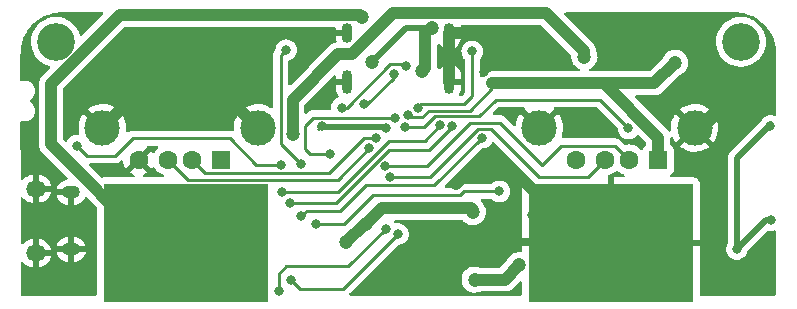
<source format=gbr>
%TF.GenerationSoftware,KiCad,Pcbnew,5.99.0-unknown-a8672dd2f9~128~ubuntu20.04.1*%
%TF.CreationDate,2021-05-09T18:34:12+01:00*%
%TF.ProjectId,usbpd_powerbank,75736270-645f-4706-9f77-657262616e6b,rev?*%
%TF.SameCoordinates,Original*%
%TF.FileFunction,Copper,L2,Bot*%
%TF.FilePolarity,Positive*%
%FSLAX46Y46*%
G04 Gerber Fmt 4.6, Leading zero omitted, Abs format (unit mm)*
G04 Created by KiCad (PCBNEW 5.99.0-unknown-a8672dd2f9~128~ubuntu20.04.1) date 2021-05-09 18:34:12*
%MOMM*%
%LPD*%
G01*
G04 APERTURE LIST*
%TA.AperFunction,ComponentPad*%
%ADD10O,0.900000X2.000000*%
%TD*%
%TA.AperFunction,ComponentPad*%
%ADD11O,0.900000X1.700000*%
%TD*%
%TA.AperFunction,ComponentPad*%
%ADD12R,1.600000X1.600000*%
%TD*%
%TA.AperFunction,ComponentPad*%
%ADD13C,1.600000*%
%TD*%
%TA.AperFunction,ComponentPad*%
%ADD14C,3.000000*%
%TD*%
%TA.AperFunction,WasherPad*%
%ADD15C,3.200000*%
%TD*%
%TA.AperFunction,ComponentPad*%
%ADD16O,1.700000X1.350000*%
%TD*%
%TA.AperFunction,ComponentPad*%
%ADD17O,1.500000X1.100000*%
%TD*%
%TA.AperFunction,SMDPad,CuDef*%
%ADD18R,14.000000X10.000000*%
%TD*%
%TA.AperFunction,ViaPad*%
%ADD19C,0.800000*%
%TD*%
%TA.AperFunction,ViaPad*%
%ADD20C,1.200000*%
%TD*%
%TA.AperFunction,Conductor*%
%ADD21C,1.000000*%
%TD*%
%TA.AperFunction,Conductor*%
%ADD22C,0.250000*%
%TD*%
%TA.AperFunction,Conductor*%
%ADD23C,0.500000*%
%TD*%
G04 APERTURE END LIST*
D10*
%TO.P,P1,S1,SHIELD*%
%TO.N,GND*%
X100680000Y-66430000D03*
X109320000Y-66430000D03*
D11*
X109320000Y-62260000D03*
X100680000Y-62260000D03*
%TD*%
D12*
%TO.P,J1,1,VBUS*%
%TO.N,/VOUT2*%
X127000000Y-73000000D03*
D13*
%TO.P,J1,2,D-*%
%TO.N,/DMA2*%
X124500000Y-73000000D03*
%TO.P,J1,3,D+*%
%TO.N,/DPA2*%
X122500000Y-73000000D03*
%TO.P,J1,4,GND*%
%TO.N,GND*%
X120000000Y-73000000D03*
D14*
%TO.P,J1,5,Shield*%
X130070000Y-70290000D03*
X116930000Y-70290000D03*
%TD*%
D15*
%TO.P,REF\u002A\u002A,*%
%TO.N,*%
X76000000Y-63000000D03*
%TD*%
D12*
%TO.P,J2,1,VBUS*%
%TO.N,/VOUT1*%
X90000000Y-73000000D03*
D13*
%TO.P,J2,2,D-*%
%TO.N,/DMA1*%
X87500000Y-73000000D03*
%TO.P,J2,3,D+*%
%TO.N,/DPA1*%
X85500000Y-73000000D03*
%TO.P,J2,4,GND*%
%TO.N,GND*%
X83000000Y-73000000D03*
D14*
%TO.P,J2,5,Shield*%
X93070000Y-70290000D03*
X79930000Y-70290000D03*
%TD*%
D16*
%TO.P,J3,6,Shield*%
%TO.N,GND*%
X74285000Y-80890000D03*
D17*
X77285000Y-75740000D03*
D16*
X74285000Y-75430000D03*
D17*
X77285000Y-80580000D03*
%TD*%
D15*
%TO.P,REF\u002A\u002A,*%
%TO.N,*%
X134000000Y-63000000D03*
%TD*%
D18*
%TO.P,BT1,1,+*%
%TO.N,/VBAT*%
X87000000Y-80000000D03*
%TO.P,BT1,2,-*%
%TO.N,GND*%
X123000000Y-80000000D03*
%TD*%
D19*
%TO.N,/VOUT2*%
X105835201Y-69201700D03*
D20*
X128420000Y-64770000D03*
D19*
%TO.N,GND*%
X83110000Y-69880000D03*
X110660000Y-74270000D03*
X129290000Y-80750000D03*
X129320000Y-82330000D03*
X92130000Y-62240000D03*
X127370000Y-80710000D03*
X112240000Y-65570000D03*
X102940000Y-83050000D03*
X109590000Y-75050000D03*
X127450000Y-82360000D03*
X78560000Y-61330000D03*
X82240000Y-62400000D03*
X88310000Y-69850000D03*
D20*
X121920000Y-80370000D03*
X121940000Y-75920000D03*
D19*
X117580000Y-64690000D03*
X136350000Y-65750000D03*
X116280000Y-77640000D03*
X132340000Y-74070000D03*
X101730000Y-84120000D03*
X119400000Y-78260000D03*
X119400000Y-80370000D03*
X108645000Y-82785000D03*
D20*
X121960000Y-78220000D03*
D19*
X116270000Y-79890000D03*
%TO.N,/VOUT1*%
X98510000Y-70154500D03*
X103930000Y-70290000D03*
D20*
%TO.N,/VBUS*%
X107870000Y-61849500D03*
X106990000Y-65480000D03*
X102740000Y-64730000D03*
D19*
%TO.N,/VIN*%
X109549932Y-70156897D03*
X95820000Y-76630000D03*
D20*
%TO.N,/VBAT*%
X93310000Y-79570000D03*
X101930000Y-60860000D03*
X93310000Y-81120000D03*
X81630000Y-79770000D03*
X93280000Y-77890000D03*
%TO.N,/VMID*%
X96030000Y-70810000D03*
X120740000Y-64250000D03*
%TO.N,/VSYS*%
X111450000Y-83130000D03*
X115200498Y-81940000D03*
%TO.N,Net-(C11-Pad2)*%
X111281992Y-77398008D03*
X100600000Y-79980000D03*
X102290000Y-78420000D03*
D19*
%TO.N,Net-(D1-Pad1)*%
X133660000Y-80550000D03*
X136500000Y-70120000D03*
X136520000Y-78110000D03*
%TO.N,/DMA2*%
X103898263Y-73498254D03*
%TO.N,/DPA2*%
X104260000Y-74430000D03*
%TO.N,/DMA1*%
X103110000Y-71104989D03*
%TO.N,/DPA1*%
X102530000Y-72010000D03*
%TO.N,/DPB*%
X95880000Y-83130000D03*
X104970000Y-79270000D03*
%TO.N,/DMB*%
X94890000Y-84070000D03*
X103920000Y-78850000D03*
%TO.N,/DPC*%
X105640000Y-65090000D03*
X100180000Y-68590000D03*
%TO.N,/DMC*%
X104590000Y-65720000D03*
X102110000Y-68300000D03*
%TO.N,/VOUT2G*%
X105530000Y-70190000D03*
X124470000Y-70330000D03*
%TO.N,/VOUT1G*%
X104680000Y-69430000D03*
X99200000Y-72520000D03*
%TO.N,/VBUSG*%
X111240000Y-63800000D03*
X106625662Y-68590000D03*
%TO.N,/VING*%
X95100000Y-75680000D03*
X108550000Y-70060000D03*
%TO.N,/KEY*%
X112090000Y-71110000D03*
X96780000Y-77770000D03*
X95060000Y-73400000D03*
X77780000Y-71800000D03*
%TO.N,/LIGHT*%
X113550000Y-75670000D03*
X96790000Y-73360000D03*
X97990000Y-78410000D03*
X95490000Y-63700000D03*
%TD*%
D21*
%TO.N,/VOUT2*%
X126670000Y-66520000D02*
X128420000Y-64770000D01*
D22*
X111030000Y-68820000D02*
X112930000Y-66920000D01*
X107030000Y-69340000D02*
X107550000Y-68820000D01*
X105973501Y-69340000D02*
X107030000Y-69340000D01*
X105835201Y-69201700D02*
X105973501Y-69340000D01*
X107550000Y-68820000D02*
X111030000Y-68820000D01*
D21*
X127000000Y-71120000D02*
X122400000Y-66520000D01*
X122400000Y-66520000D02*
X112930000Y-66520000D01*
X122400000Y-66520000D02*
X126670000Y-66520000D01*
D22*
X112930000Y-66920000D02*
X112930000Y-66520000D01*
D21*
X127000000Y-73000000D02*
X127000000Y-71120000D01*
D23*
%TO.N,GND*%
X102940000Y-83050000D02*
X108380000Y-83050000D01*
D21*
X112610000Y-62260000D02*
X113530000Y-63180000D01*
D23*
X113530000Y-64310000D02*
X112270000Y-65570000D01*
D21*
X136350000Y-65750000D02*
X135220000Y-65750000D01*
X130680000Y-70290000D02*
X130070000Y-70290000D01*
X91040000Y-68260000D02*
X81960000Y-68260000D01*
D23*
X109590000Y-75050000D02*
X109880000Y-75050000D01*
X112270000Y-65570000D02*
X112240000Y-65570000D01*
D21*
X135220000Y-65750000D02*
X130680000Y-70290000D01*
X113530000Y-63180000D02*
X113530000Y-64310000D01*
D23*
X117200000Y-64310000D02*
X113530000Y-64310000D01*
X117580000Y-64690000D02*
X117200000Y-64310000D01*
D21*
X109880000Y-75050000D02*
X110660000Y-74270000D01*
D23*
X108645000Y-82785000D02*
X111540000Y-79890000D01*
X111540000Y-79890000D02*
X116270000Y-79890000D01*
X120820000Y-80000000D02*
X123000000Y-80000000D01*
D21*
X115090000Y-74270000D02*
X120820000Y-80000000D01*
X110660000Y-74270000D02*
X115090000Y-74270000D01*
X93070000Y-70290000D02*
X91040000Y-68260000D01*
X109320000Y-62260000D02*
X112610000Y-62260000D01*
X81960000Y-68260000D02*
X79930000Y-70290000D01*
X109320000Y-62260000D02*
X109320000Y-66430000D01*
D23*
X108380000Y-83050000D02*
X108645000Y-82785000D01*
D22*
%TO.N,/VOUT1*%
X98364511Y-70255489D02*
X98230000Y-70390000D01*
X103930000Y-70290000D02*
X103895489Y-70255489D01*
D23*
X103895489Y-70255489D02*
X98364511Y-70255489D01*
%TO.N,/VBUS*%
X107600500Y-61849500D02*
X107870000Y-61849500D01*
D21*
X106990000Y-65480000D02*
X107290000Y-65180000D01*
X107290000Y-65180000D02*
X107290000Y-62160000D01*
D23*
X107870000Y-61849500D02*
X105640500Y-61849500D01*
X107290000Y-62160000D02*
X107600500Y-61849500D01*
X105640500Y-61849500D02*
X102760000Y-64730000D01*
X102760000Y-64730000D02*
X102740000Y-64730000D01*
D22*
%TO.N,/VIN*%
X104160000Y-72180000D02*
X99710000Y-76630000D01*
X99710000Y-76630000D02*
X95820000Y-76630000D01*
X109549932Y-70200068D02*
X107570000Y-72180000D01*
X107570000Y-72180000D02*
X104160000Y-72180000D01*
X109549932Y-70156897D02*
X109549932Y-70200068D01*
D21*
%TO.N,/VBAT*%
X75580000Y-71690000D02*
X83890000Y-80000000D01*
X75580000Y-66540000D02*
X75580000Y-71690000D01*
X101780480Y-60710480D02*
X81409520Y-60710480D01*
X101930000Y-60860000D02*
X101780480Y-60710480D01*
X81409520Y-60710480D02*
X75580000Y-66540000D01*
X83890000Y-80000000D02*
X87000000Y-80000000D01*
%TO.N,/VMID*%
X99860000Y-64070000D02*
X101050000Y-64070000D01*
X96030000Y-67900000D02*
X99860000Y-64070000D01*
X104570000Y-60550000D02*
X117490000Y-60550000D01*
X101050000Y-64070000D02*
X104570000Y-60550000D01*
X120740000Y-63800000D02*
X120740000Y-64250000D01*
X96030000Y-70810000D02*
X96030000Y-67900000D01*
X117490000Y-60550000D02*
X120740000Y-63800000D01*
%TO.N,/VSYS*%
X114010498Y-83130000D02*
X111450000Y-83130000D01*
X115200498Y-81940000D02*
X114010498Y-83130000D01*
%TO.N,Net-(C11-Pad2)*%
X111160000Y-77100000D02*
X111330000Y-77270000D01*
X102290000Y-78420000D02*
X103610000Y-77100000D01*
X100600000Y-79980000D02*
X102160000Y-78420000D01*
X103610000Y-77100000D02*
X111160000Y-77100000D01*
X102160000Y-78420000D02*
X102290000Y-78420000D01*
D23*
%TO.N,Net-(D1-Pad1)*%
X133660000Y-80550000D02*
X133660000Y-72840000D01*
X136100000Y-78110000D02*
X133660000Y-80550000D01*
X133660000Y-72840000D02*
X136510000Y-69990000D01*
X136520000Y-78110000D02*
X136100000Y-78110000D01*
D22*
%TO.N,/DMA2*%
X113620000Y-69860000D02*
X117165000Y-73405000D01*
X107451746Y-73498254D02*
X111090000Y-69860000D01*
X103898263Y-73498254D02*
X107451746Y-73498254D01*
X118760000Y-71810000D02*
X123310000Y-71810000D01*
X111090000Y-69860000D02*
X113620000Y-69860000D01*
X123310000Y-71810000D02*
X124500000Y-73000000D01*
X117165000Y-73405000D02*
X118760000Y-71810000D01*
%TO.N,/DPA2*%
X121070000Y-74430000D02*
X122500000Y-73000000D01*
X107680000Y-74430000D02*
X111724511Y-70385489D01*
X104260000Y-74430000D02*
X107680000Y-74430000D01*
X111724511Y-70385489D02*
X112875489Y-70385489D01*
X112875489Y-70385489D02*
X116920000Y-74430000D01*
X116920000Y-74430000D02*
X121070000Y-74430000D01*
%TO.N,/DMA1*%
X88640000Y-74140000D02*
X87500000Y-73000000D01*
X102125011Y-71104989D02*
X99090000Y-74140000D01*
X103110000Y-71104989D02*
X102125011Y-71104989D01*
X99090000Y-74140000D02*
X88640000Y-74140000D01*
%TO.N,/DPA1*%
X102530000Y-72010000D02*
X99870000Y-74670000D01*
X87170000Y-74670000D02*
X85500000Y-73000000D01*
X99870000Y-74670000D02*
X87170000Y-74670000D01*
%TO.N,/DPB*%
X95880000Y-83130000D02*
X96650000Y-83900000D01*
X96650000Y-83900000D02*
X100340000Y-83900000D01*
X100340000Y-83900000D02*
X104970000Y-79270000D01*
%TO.N,/DMB*%
X94890000Y-84070000D02*
X94890000Y-82630000D01*
X94890000Y-82630000D02*
X95510000Y-82010000D01*
X95510000Y-82010000D02*
X100760000Y-82010000D01*
X100760000Y-82010000D02*
X103920000Y-78850000D01*
%TO.N,/DPC*%
X100630000Y-68590000D02*
X104320000Y-64900000D01*
X100180000Y-68590000D02*
X100630000Y-68590000D01*
X104320000Y-64900000D02*
X105450000Y-64900000D01*
X105450000Y-64900000D02*
X105640000Y-65090000D01*
%TO.N,/DMC*%
X102330000Y-68300000D02*
X102110000Y-68300000D01*
X104590000Y-66040000D02*
X102330000Y-68300000D01*
X104590000Y-65720000D02*
X104590000Y-66040000D01*
%TO.N,/VOUT2G*%
X111810000Y-69300000D02*
X113220000Y-67890000D01*
X108070000Y-69300000D02*
X111810000Y-69300000D01*
X107180000Y-70190000D02*
X108070000Y-69300000D01*
X122030000Y-67890000D02*
X124470000Y-70330000D01*
X105530000Y-70190000D02*
X107180000Y-70190000D01*
X113220000Y-67890000D02*
X122030000Y-67890000D01*
%TO.N,/VOUT1G*%
X97080000Y-72120000D02*
X97080000Y-70120000D01*
X99200000Y-72520000D02*
X97480000Y-72520000D01*
X97480000Y-72520000D02*
X97080000Y-72120000D01*
X97080000Y-70120000D02*
X97770000Y-69430000D01*
X97770000Y-69430000D02*
X104680000Y-69430000D01*
%TO.N,/VBUSG*%
X110580000Y-68270000D02*
X111240000Y-67610000D01*
X106625662Y-68590000D02*
X106945662Y-68270000D01*
X111240000Y-67610000D02*
X111240000Y-63800000D01*
X106945662Y-68270000D02*
X110580000Y-68270000D01*
%TO.N,/VING*%
X104220000Y-71370000D02*
X99910000Y-75680000D01*
X107240000Y-71370000D02*
X104220000Y-71370000D01*
X99910000Y-75680000D02*
X95100000Y-75680000D01*
X108550000Y-70060000D02*
X107240000Y-71370000D01*
%TO.N,/KEY*%
X100060000Y-77310000D02*
X97240000Y-77310000D01*
X78640000Y-72660000D02*
X77780000Y-71800000D01*
X95060000Y-73400000D02*
X92960000Y-73400000D01*
X92960000Y-73400000D02*
X90725766Y-71165766D01*
X90725766Y-71165766D02*
X82504234Y-71165766D01*
X97240000Y-77310000D02*
X96780000Y-77770000D01*
X108045489Y-75154511D02*
X102215489Y-75154511D01*
X102215489Y-75154511D02*
X100060000Y-77310000D01*
X81010000Y-72660000D02*
X78640000Y-72660000D01*
X112090000Y-71110000D02*
X108045489Y-75154511D01*
X82504234Y-71165766D02*
X81010000Y-72660000D01*
%TO.N,/LIGHT*%
X95030000Y-64160000D02*
X95490000Y-63700000D01*
X110520000Y-75670000D02*
X110200000Y-75990000D01*
X113550000Y-75670000D02*
X110520000Y-75670000D01*
X102840000Y-75990000D02*
X100420000Y-78410000D01*
X110200000Y-75990000D02*
X102840000Y-75990000D01*
X95050000Y-71620000D02*
X95030000Y-71620000D01*
X95030000Y-71620000D02*
X95030000Y-64160000D01*
X96790000Y-73360000D02*
X95050000Y-71620000D01*
X100420000Y-78410000D02*
X97990000Y-78410000D01*
%TD*%
%TA.AperFunction,Conductor*%
%TO.N,GND*%
G36*
X133440787Y-60498165D02*
G01*
X133457322Y-60500940D01*
X133462191Y-60500998D01*
X133462196Y-60500998D01*
X133613046Y-60502781D01*
X133617806Y-60502837D01*
X133622495Y-60502980D01*
X133704155Y-60506992D01*
X133710284Y-60507444D01*
X133923566Y-60528450D01*
X133975962Y-60533611D01*
X133982098Y-60534368D01*
X133996602Y-60536519D01*
X134044407Y-60543611D01*
X134050472Y-60544662D01*
X134135975Y-60561670D01*
X134312315Y-60596747D01*
X134318347Y-60598102D01*
X134364244Y-60609598D01*
X134379457Y-60613409D01*
X134385400Y-60615053D01*
X134444626Y-60633019D01*
X134640820Y-60692534D01*
X134646692Y-60694473D01*
X134706032Y-60715705D01*
X134711802Y-60717931D01*
X134958432Y-60820089D01*
X134964031Y-60822571D01*
X135021023Y-60849526D01*
X135026532Y-60852299D01*
X135261927Y-60978120D01*
X135267307Y-60981168D01*
X135321371Y-61013572D01*
X135326582Y-61016872D01*
X135411869Y-61073858D01*
X135548529Y-61165173D01*
X135553584Y-61168733D01*
X135604179Y-61206256D01*
X135609055Y-61210061D01*
X135815392Y-61379396D01*
X135820075Y-61383436D01*
X135866775Y-61425762D01*
X135871254Y-61430027D01*
X136059974Y-61618747D01*
X136064237Y-61623224D01*
X136106582Y-61669945D01*
X136110565Y-61674561D01*
X136207468Y-61792638D01*
X136279932Y-61880937D01*
X136283735Y-61885811D01*
X136321273Y-61936424D01*
X136324826Y-61941468D01*
X136471265Y-62160628D01*
X136473121Y-62163406D01*
X136476421Y-62168617D01*
X136492628Y-62195657D01*
X136508825Y-62222681D01*
X136511872Y-62228060D01*
X136637693Y-62463454D01*
X136640474Y-62468979D01*
X136667422Y-62525957D01*
X136669928Y-62531610D01*
X136772070Y-62778201D01*
X136774295Y-62783970D01*
X136795519Y-62843286D01*
X136797459Y-62849159D01*
X136874943Y-63104589D01*
X136876593Y-63110550D01*
X136891901Y-63171663D01*
X136893256Y-63177697D01*
X136945332Y-63439502D01*
X136946389Y-63445593D01*
X136950419Y-63472757D01*
X136955638Y-63507939D01*
X136956390Y-63514038D01*
X136982557Y-63779722D01*
X136983008Y-63785838D01*
X136986675Y-63860478D01*
X136987021Y-63867520D01*
X136987164Y-63872203D01*
X136989021Y-64029400D01*
X136992076Y-64049068D01*
X136993567Y-64068405D01*
X136993186Y-69151096D01*
X136973180Y-69219214D01*
X136919521Y-69265703D01*
X136849246Y-69275801D01*
X136815939Y-69266192D01*
X136788322Y-69253896D01*
X136788314Y-69253893D01*
X136782287Y-69251210D01*
X136673155Y-69228013D01*
X136601944Y-69212876D01*
X136601939Y-69212876D01*
X136595487Y-69211504D01*
X136404513Y-69211504D01*
X136398061Y-69212876D01*
X136398056Y-69212876D01*
X136326845Y-69228013D01*
X136217713Y-69251210D01*
X136211683Y-69253895D01*
X136211682Y-69253895D01*
X136049280Y-69326201D01*
X136049278Y-69326202D01*
X136043250Y-69328886D01*
X136037909Y-69332766D01*
X136037908Y-69332767D01*
X135894093Y-69437254D01*
X135894091Y-69437256D01*
X135888749Y-69441137D01*
X135760963Y-69583058D01*
X135740946Y-69617728D01*
X135692400Y-69701813D01*
X135665476Y-69748446D01*
X135664483Y-69751503D01*
X135639573Y-69787746D01*
X133170322Y-72256997D01*
X133155911Y-72269382D01*
X133139294Y-72281611D01*
X133134551Y-72287194D01*
X133106382Y-72320351D01*
X133099452Y-72327867D01*
X133093335Y-72333984D01*
X133091062Y-72336857D01*
X133091054Y-72336866D01*
X133074854Y-72357343D01*
X133072063Y-72360747D01*
X133054870Y-72380985D01*
X133024803Y-72416376D01*
X133021475Y-72422894D01*
X133018123Y-72427919D01*
X133014946Y-72433064D01*
X133010406Y-72438802D01*
X133007307Y-72445433D01*
X132979511Y-72504905D01*
X132977580Y-72508855D01*
X132947714Y-72567345D01*
X132944385Y-72573865D01*
X132942646Y-72580972D01*
X132940544Y-72586623D01*
X132938631Y-72592373D01*
X132935533Y-72599002D01*
X132934044Y-72606162D01*
X132934040Y-72606173D01*
X132920661Y-72670493D01*
X132919691Y-72674780D01*
X132903690Y-72740172D01*
X132903689Y-72740178D01*
X132902355Y-72745630D01*
X132902007Y-72751234D01*
X132902007Y-72751236D01*
X132901586Y-72758024D01*
X132901329Y-72761421D01*
X132901013Y-72764961D01*
X132899522Y-72772129D01*
X132899720Y-72779446D01*
X132901454Y-72843516D01*
X132901500Y-72846925D01*
X132901500Y-80013008D01*
X132884619Y-80076007D01*
X132855736Y-80126035D01*
X132834598Y-80162647D01*
X132825476Y-80178446D01*
X132822469Y-80187702D01*
X132779439Y-80320135D01*
X132766462Y-80360073D01*
X132746500Y-80550000D01*
X132747190Y-80556565D01*
X132758644Y-80665539D01*
X132766462Y-80739927D01*
X132768502Y-80746205D01*
X132768502Y-80746206D01*
X132793319Y-80822585D01*
X132825476Y-80921554D01*
X132920963Y-81086942D01*
X132925381Y-81091849D01*
X132925382Y-81091850D01*
X133004007Y-81179172D01*
X133048749Y-81228863D01*
X133054091Y-81232744D01*
X133054093Y-81232746D01*
X133197908Y-81337233D01*
X133203250Y-81341114D01*
X133209278Y-81343798D01*
X133209280Y-81343799D01*
X133361741Y-81411679D01*
X133377713Y-81418790D01*
X133471113Y-81438643D01*
X133558056Y-81457124D01*
X133558061Y-81457124D01*
X133564513Y-81458496D01*
X133755487Y-81458496D01*
X133761939Y-81457124D01*
X133761944Y-81457124D01*
X133848887Y-81438643D01*
X133942287Y-81418790D01*
X133958259Y-81411679D01*
X134110720Y-81343799D01*
X134110722Y-81343798D01*
X134116750Y-81341114D01*
X134122092Y-81337233D01*
X134265907Y-81232746D01*
X134265909Y-81232744D01*
X134271251Y-81228863D01*
X134315993Y-81179172D01*
X134394618Y-81091850D01*
X134394619Y-81091849D01*
X134399037Y-81086942D01*
X134494524Y-80921554D01*
X134549381Y-80752721D01*
X134580119Y-80702562D01*
X136243914Y-79038767D01*
X136306226Y-79004741D01*
X136359205Y-79004615D01*
X136411392Y-79015707D01*
X136424513Y-79018496D01*
X136615487Y-79018496D01*
X136621939Y-79017124D01*
X136621944Y-79017124D01*
X136708887Y-78998643D01*
X136802287Y-78978790D01*
X136808314Y-78976107D01*
X136808322Y-78976104D01*
X136815194Y-78973044D01*
X136885561Y-78963610D01*
X136949858Y-78993717D01*
X136987671Y-79053806D01*
X136992442Y-79088160D01*
X136992047Y-84366009D01*
X136972040Y-84434129D01*
X136918381Y-84480618D01*
X136866047Y-84492000D01*
X130639000Y-84492000D01*
X130570879Y-84471998D01*
X130524386Y-84418342D01*
X130513000Y-84366000D01*
X130513000Y-80272115D01*
X130508525Y-80256876D01*
X130507135Y-80255671D01*
X130499452Y-80254000D01*
X115505115Y-80254000D01*
X115489876Y-80258475D01*
X115488671Y-80259865D01*
X115487000Y-80267548D01*
X115487000Y-80715897D01*
X115466998Y-80784018D01*
X115413342Y-80830511D01*
X115342921Y-80840593D01*
X115254892Y-80827829D01*
X115043604Y-80837609D01*
X114912038Y-80869317D01*
X114843811Y-80885759D01*
X114843809Y-80885760D01*
X114837978Y-80887165D01*
X114832520Y-80889647D01*
X114832516Y-80889648D01*
X114776166Y-80915269D01*
X114645432Y-80974710D01*
X114472914Y-81097086D01*
X114468765Y-81101420D01*
X114468764Y-81101421D01*
X114330800Y-81245540D01*
X114330796Y-81245545D01*
X114326650Y-81249876D01*
X114323398Y-81254912D01*
X114323396Y-81254915D01*
X114239394Y-81385012D01*
X114211916Y-81427568D01*
X114180366Y-81505855D01*
X114171038Y-81529000D01*
X114143267Y-81570997D01*
X113629669Y-82084595D01*
X113567357Y-82118621D01*
X113540574Y-82121500D01*
X111946111Y-82121500D01*
X111904783Y-82114529D01*
X111713719Y-82048180D01*
X111571845Y-82027609D01*
X111510334Y-82018690D01*
X111510331Y-82018690D01*
X111504394Y-82017829D01*
X111293106Y-82027609D01*
X111188920Y-82052718D01*
X111093313Y-82075759D01*
X111093311Y-82075760D01*
X111087480Y-82077165D01*
X111082022Y-82079647D01*
X111082018Y-82079648D01*
X111071138Y-82084595D01*
X110894934Y-82164710D01*
X110722416Y-82287086D01*
X110718267Y-82291420D01*
X110718266Y-82291421D01*
X110580302Y-82435540D01*
X110580298Y-82435545D01*
X110576152Y-82439876D01*
X110461418Y-82617568D01*
X110382354Y-82813749D01*
X110381206Y-82819630D01*
X110381204Y-82819635D01*
X110354799Y-82954848D01*
X110341814Y-83021341D01*
X110341798Y-83027326D01*
X110341798Y-83027330D01*
X110341559Y-83118902D01*
X110341261Y-83232855D01*
X110380713Y-83440657D01*
X110458748Y-83637249D01*
X110572550Y-83815539D01*
X110718013Y-83969093D01*
X110722878Y-83972583D01*
X110722881Y-83972585D01*
X110859350Y-84070467D01*
X110889887Y-84092370D01*
X111081972Y-84180922D01*
X111087788Y-84182356D01*
X111087791Y-84182357D01*
X111182597Y-84205731D01*
X111287337Y-84231555D01*
X111293327Y-84231864D01*
X111293329Y-84231864D01*
X111454460Y-84240167D01*
X111481977Y-84249810D01*
X111489300Y-84245104D01*
X111507371Y-84241211D01*
X111633536Y-84223592D01*
X111708051Y-84213186D01*
X111907020Y-84145258D01*
X111947729Y-84138500D01*
X113947543Y-84138500D01*
X113961151Y-84139237D01*
X113993761Y-84142780D01*
X113993764Y-84142780D01*
X113999885Y-84143445D01*
X114006023Y-84142908D01*
X114006028Y-84142908D01*
X114051461Y-84138933D01*
X114056298Y-84138603D01*
X114058407Y-84138500D01*
X114061492Y-84138500D01*
X114103050Y-84134425D01*
X114104249Y-84134314D01*
X114144636Y-84130780D01*
X114190798Y-84126742D01*
X114190801Y-84126742D01*
X114196933Y-84126205D01*
X114202051Y-84124718D01*
X114207355Y-84124198D01*
X114239138Y-84114602D01*
X114296293Y-84097346D01*
X114297558Y-84096971D01*
X114304756Y-84094880D01*
X114318274Y-84090952D01*
X114380971Y-84072738D01*
X114380974Y-84072737D01*
X114386880Y-84071021D01*
X114391617Y-84068566D01*
X114396713Y-84067027D01*
X114402146Y-84064138D01*
X114402149Y-84064137D01*
X114478780Y-84023392D01*
X114479947Y-84022780D01*
X114557015Y-83982831D01*
X114562490Y-83979993D01*
X114566657Y-83976667D01*
X114571360Y-83974166D01*
X114643388Y-83915421D01*
X114644388Y-83914615D01*
X114679947Y-83886229D01*
X114679957Y-83886220D01*
X114682713Y-83884020D01*
X114685219Y-83881514D01*
X114685749Y-83881040D01*
X114690087Y-83877335D01*
X114724645Y-83849150D01*
X114754691Y-83812831D01*
X114762668Y-83804065D01*
X115271905Y-83294828D01*
X115334217Y-83260803D01*
X115405032Y-83265867D01*
X115461868Y-83308414D01*
X115486679Y-83374934D01*
X115487000Y-83383923D01*
X115487000Y-84366000D01*
X115466998Y-84434121D01*
X115413342Y-84480614D01*
X115361000Y-84492000D01*
X111524798Y-84492000D01*
X111489376Y-84481599D01*
X111477206Y-84488563D01*
X111447976Y-84492000D01*
X100948094Y-84492000D01*
X100879973Y-84471998D01*
X100833480Y-84418342D01*
X100823376Y-84348068D01*
X100852870Y-84283488D01*
X100858999Y-84276905D01*
X104920503Y-80215401D01*
X104982815Y-80181375D01*
X105009598Y-80178496D01*
X105065487Y-80178496D01*
X105071939Y-80177124D01*
X105071944Y-80177124D01*
X105158887Y-80158643D01*
X105252287Y-80138790D01*
X105364697Y-80088742D01*
X105420720Y-80063799D01*
X105420722Y-80063798D01*
X105426750Y-80061114D01*
X105432092Y-80057233D01*
X105575907Y-79952746D01*
X105575909Y-79952744D01*
X105581251Y-79948863D01*
X105642789Y-79880518D01*
X105704618Y-79811850D01*
X105704619Y-79811849D01*
X105709037Y-79806942D01*
X105775568Y-79691707D01*
X105801220Y-79647277D01*
X105801221Y-79647276D01*
X105804524Y-79641554D01*
X105863538Y-79459927D01*
X105883500Y-79270000D01*
X105863538Y-79080073D01*
X105843531Y-79018496D01*
X105806566Y-78904731D01*
X105804524Y-78898446D01*
X105709037Y-78733058D01*
X105641882Y-78658474D01*
X105585673Y-78596048D01*
X105585672Y-78596047D01*
X105581251Y-78591137D01*
X105575909Y-78587256D01*
X105575907Y-78587254D01*
X105432092Y-78482767D01*
X105432091Y-78482766D01*
X105426750Y-78478886D01*
X105420722Y-78476202D01*
X105420720Y-78476201D01*
X105258318Y-78403895D01*
X105258317Y-78403895D01*
X105252287Y-78401210D01*
X105142953Y-78377970D01*
X105071944Y-78362876D01*
X105071939Y-78362876D01*
X105065487Y-78361504D01*
X104874513Y-78361504D01*
X104868060Y-78362876D01*
X104868056Y-78362876D01*
X104797046Y-78377970D01*
X104726255Y-78372568D01*
X104669622Y-78329751D01*
X104663198Y-78319960D01*
X104662341Y-78318780D01*
X104659037Y-78313058D01*
X104654869Y-78308429D01*
X104631058Y-78241696D01*
X104647137Y-78172544D01*
X104698050Y-78123063D01*
X104756852Y-78108500D01*
X110373981Y-78108500D01*
X110442102Y-78128502D01*
X110465453Y-78147846D01*
X110550005Y-78237101D01*
X110554870Y-78240591D01*
X110554873Y-78240593D01*
X110717009Y-78356885D01*
X110721879Y-78360378D01*
X110760039Y-78377970D01*
X110903166Y-78443952D01*
X110913964Y-78448930D01*
X110919780Y-78450364D01*
X110919783Y-78450365D01*
X111014589Y-78473739D01*
X111119329Y-78499563D01*
X111125319Y-78499872D01*
X111125321Y-78499872D01*
X111199690Y-78503704D01*
X111330562Y-78510448D01*
X111336497Y-78509619D01*
X111336501Y-78509619D01*
X111492535Y-78487828D01*
X111540043Y-78481194D01*
X111740213Y-78412856D01*
X111923849Y-78307899D01*
X111928393Y-78303998D01*
X111928398Y-78303994D01*
X112079778Y-78174016D01*
X112084326Y-78170111D01*
X112215852Y-78004464D01*
X112235811Y-77966206D01*
X112310909Y-77822249D01*
X112313682Y-77816934D01*
X112374286Y-77614288D01*
X112395477Y-77403838D01*
X112395492Y-77398008D01*
X112392532Y-77366978D01*
X112375973Y-77193424D01*
X112375403Y-77187450D01*
X112373715Y-77181696D01*
X112317549Y-76990243D01*
X112317548Y-76990241D01*
X112315861Y-76984490D01*
X112313114Y-76979156D01*
X112277685Y-76910366D01*
X112272732Y-76899511D01*
X112271020Y-76893618D01*
X112179992Y-76718007D01*
X112084020Y-76597785D01*
X112081528Y-76595293D01*
X112081519Y-76595283D01*
X112004831Y-76518595D01*
X111970805Y-76456283D01*
X111975870Y-76385468D01*
X112018417Y-76328632D01*
X112084937Y-76303821D01*
X112093926Y-76303500D01*
X112841806Y-76303500D01*
X112909927Y-76323502D01*
X112929151Y-76339842D01*
X112929425Y-76339538D01*
X112934327Y-76343952D01*
X112938749Y-76348863D01*
X112944091Y-76352744D01*
X112944093Y-76352746D01*
X113087908Y-76457233D01*
X113093250Y-76461114D01*
X113099278Y-76463798D01*
X113099280Y-76463799D01*
X113261682Y-76536105D01*
X113267713Y-76538790D01*
X113361113Y-76558643D01*
X113448056Y-76577124D01*
X113448061Y-76577124D01*
X113454513Y-76578496D01*
X113645487Y-76578496D01*
X113651939Y-76577124D01*
X113651944Y-76577124D01*
X113738887Y-76558643D01*
X113832287Y-76538790D01*
X113838318Y-76536105D01*
X114000720Y-76463799D01*
X114000722Y-76463798D01*
X114006750Y-76461114D01*
X114012092Y-76457233D01*
X114155907Y-76352746D01*
X114155909Y-76352744D01*
X114161251Y-76348863D01*
X114216593Y-76287399D01*
X114284618Y-76211850D01*
X114284619Y-76211849D01*
X114289037Y-76206942D01*
X114384524Y-76041554D01*
X114443538Y-75859927D01*
X114463500Y-75670000D01*
X114443538Y-75480073D01*
X114384524Y-75298446D01*
X114289037Y-75133058D01*
X114274669Y-75117100D01*
X114165673Y-74996048D01*
X114165672Y-74996047D01*
X114161251Y-74991137D01*
X114155909Y-74987256D01*
X114155907Y-74987254D01*
X114012092Y-74882767D01*
X114012091Y-74882766D01*
X114006750Y-74878886D01*
X114000722Y-74876202D01*
X114000720Y-74876201D01*
X113838318Y-74803895D01*
X113838317Y-74803895D01*
X113832287Y-74801210D01*
X113738887Y-74781357D01*
X113651944Y-74762876D01*
X113651939Y-74762876D01*
X113645487Y-74761504D01*
X113454513Y-74761504D01*
X113448061Y-74762876D01*
X113448056Y-74762876D01*
X113361113Y-74781357D01*
X113267713Y-74801210D01*
X113261683Y-74803895D01*
X113261682Y-74803895D01*
X113099280Y-74876201D01*
X113099278Y-74876202D01*
X113093250Y-74878886D01*
X113087909Y-74882766D01*
X113087908Y-74882767D01*
X112944093Y-74987254D01*
X112944091Y-74987256D01*
X112938749Y-74991137D01*
X112934328Y-74996047D01*
X112929425Y-75000462D01*
X112928299Y-74999211D01*
X112875000Y-75032049D01*
X112841806Y-75036500D01*
X110598383Y-75036500D01*
X110587479Y-75035986D01*
X110580088Y-75034334D01*
X110572162Y-75034583D01*
X110572161Y-75034583D01*
X110513134Y-75036438D01*
X110509176Y-75036500D01*
X110480422Y-75036500D01*
X110476155Y-75037039D01*
X110464313Y-75037972D01*
X110432665Y-75038967D01*
X110428040Y-75039112D01*
X110420117Y-75039361D01*
X110400667Y-75045012D01*
X110381305Y-75049022D01*
X110361212Y-75051560D01*
X110338281Y-75060639D01*
X110320108Y-75067834D01*
X110308878Y-75071679D01*
X110274034Y-75081802D01*
X110274032Y-75081803D01*
X110266421Y-75084014D01*
X110251067Y-75093094D01*
X110248989Y-75094323D01*
X110231236Y-75103020D01*
X110212400Y-75110478D01*
X110205985Y-75115139D01*
X110176626Y-75136469D01*
X110166707Y-75142984D01*
X110133758Y-75162471D01*
X110133755Y-75162473D01*
X110128659Y-75165487D01*
X110128241Y-75165855D01*
X110114158Y-75179938D01*
X110099133Y-75192772D01*
X110082917Y-75204554D01*
X110054971Y-75238335D01*
X110046981Y-75247115D01*
X109974501Y-75319595D01*
X109912189Y-75353621D01*
X109885406Y-75356500D01*
X109043594Y-75356500D01*
X108975473Y-75336498D01*
X108928980Y-75282842D01*
X108918876Y-75212568D01*
X108948370Y-75147988D01*
X108954499Y-75141405D01*
X112040503Y-72055401D01*
X112102815Y-72021375D01*
X112129598Y-72018496D01*
X112185487Y-72018496D01*
X112191939Y-72017124D01*
X112191944Y-72017124D01*
X112294473Y-71995330D01*
X112372287Y-71978790D01*
X112412125Y-71961053D01*
X112540720Y-71903799D01*
X112540722Y-71903798D01*
X112546750Y-71901114D01*
X112558254Y-71892756D01*
X112695907Y-71792746D01*
X112695909Y-71792744D01*
X112701251Y-71788863D01*
X112705816Y-71783793D01*
X112824618Y-71651850D01*
X112824619Y-71651849D01*
X112829037Y-71646942D01*
X112897737Y-71527950D01*
X112949119Y-71478957D01*
X113018833Y-71465521D01*
X113084744Y-71491907D01*
X113095951Y-71501855D01*
X115899992Y-74305896D01*
X115934018Y-74368208D01*
X115928953Y-74439023D01*
X115886406Y-74495859D01*
X115846396Y-74515887D01*
X115795540Y-74530820D01*
X115779308Y-74538233D01*
X115671640Y-74607426D01*
X115658153Y-74619112D01*
X115574338Y-74715840D01*
X115564693Y-74730848D01*
X115511523Y-74847275D01*
X115506498Y-74864388D01*
X115487639Y-74995554D01*
X115487000Y-75004495D01*
X115487000Y-79727885D01*
X115491475Y-79743124D01*
X115492865Y-79744329D01*
X115500548Y-79746000D01*
X122727885Y-79746000D01*
X122743124Y-79741525D01*
X122744329Y-79740135D01*
X122746000Y-79732452D01*
X122746000Y-74505115D01*
X122740333Y-74485816D01*
X122706340Y-74432922D01*
X122706340Y-74361926D01*
X122744723Y-74302199D01*
X122794625Y-74275716D01*
X122943933Y-74235709D01*
X122943935Y-74235708D01*
X122949243Y-74234286D01*
X123037891Y-74192949D01*
X123151763Y-74139850D01*
X123151768Y-74139847D01*
X123156750Y-74137524D01*
X123161259Y-74134367D01*
X123339791Y-74009358D01*
X123339794Y-74009356D01*
X123344302Y-74006199D01*
X123410905Y-73939596D01*
X123473217Y-73905570D01*
X123544032Y-73910635D01*
X123589095Y-73939596D01*
X123655698Y-74006199D01*
X123660206Y-74009356D01*
X123660209Y-74009358D01*
X123838741Y-74134367D01*
X123843250Y-74137524D01*
X123848232Y-74139847D01*
X123848237Y-74139850D01*
X123962109Y-74192949D01*
X124050757Y-74234286D01*
X124056064Y-74235708D01*
X124056075Y-74235712D01*
X124069444Y-74239294D01*
X124130066Y-74276245D01*
X124161088Y-74340106D01*
X124152659Y-74410601D01*
X124107455Y-74465347D01*
X124036832Y-74487000D01*
X123272115Y-74487000D01*
X123256876Y-74491475D01*
X123255671Y-74492865D01*
X123254000Y-74500548D01*
X123254000Y-79727885D01*
X123258475Y-79743124D01*
X123259865Y-79744329D01*
X123267548Y-79746000D01*
X130494885Y-79746000D01*
X130510124Y-79741525D01*
X130511329Y-79740135D01*
X130513000Y-79732452D01*
X130513000Y-75002257D01*
X130512839Y-74997750D01*
X130508260Y-74933731D01*
X130505874Y-74920509D01*
X130469181Y-74795542D01*
X130461767Y-74779308D01*
X130392574Y-74671640D01*
X130380888Y-74658153D01*
X130284160Y-74574338D01*
X130269152Y-74564693D01*
X130152725Y-74511523D01*
X130135612Y-74506498D01*
X130004446Y-74487639D01*
X129995505Y-74487000D01*
X128100255Y-74487000D01*
X128032134Y-74466998D01*
X127985641Y-74413342D01*
X127975537Y-74343068D01*
X128005031Y-74278488D01*
X128032134Y-74255002D01*
X128035516Y-74252829D01*
X128077135Y-74226082D01*
X128128691Y-74192949D01*
X128128694Y-74192947D01*
X128136271Y-74188077D01*
X128176051Y-74142169D01*
X128226082Y-74084431D01*
X128226084Y-74084428D01*
X128231984Y-74077619D01*
X128235728Y-74069421D01*
X128288958Y-73952864D01*
X128288958Y-73952863D01*
X128292700Y-73944670D01*
X128297516Y-73911176D01*
X128312861Y-73804448D01*
X128312862Y-73804441D01*
X128313500Y-73800000D01*
X128313500Y-72200000D01*
X128308273Y-72126921D01*
X128267096Y-71986684D01*
X128221393Y-71915569D01*
X128198425Y-71879830D01*
X128844570Y-71879830D01*
X128854334Y-71892226D01*
X129059855Y-72030850D01*
X129067451Y-72035236D01*
X129311959Y-72154491D01*
X129320106Y-72157782D01*
X129578833Y-72241848D01*
X129587334Y-72243967D01*
X129855255Y-72291210D01*
X129863981Y-72292127D01*
X130135859Y-72301621D01*
X130144622Y-72301315D01*
X130415180Y-72272878D01*
X130423825Y-72271353D01*
X130687776Y-72205543D01*
X130696134Y-72202828D01*
X130948361Y-72100920D01*
X130956253Y-72097071D01*
X131191844Y-71961053D01*
X131199120Y-71956145D01*
X131284671Y-71889307D01*
X131293139Y-71877495D01*
X131286602Y-71865812D01*
X130082812Y-70662022D01*
X130068868Y-70654408D01*
X130067035Y-70654539D01*
X130060420Y-70658790D01*
X128850813Y-71868397D01*
X128844570Y-71879830D01*
X128198425Y-71879830D01*
X128192949Y-71871309D01*
X128192947Y-71871306D01*
X128188077Y-71863729D01*
X128154558Y-71834684D01*
X128128290Y-71811923D01*
X128077619Y-71768016D01*
X128069423Y-71764273D01*
X128066378Y-71762316D01*
X128019886Y-71708660D01*
X128008500Y-71656319D01*
X128008500Y-71189672D01*
X128028502Y-71121551D01*
X128082158Y-71075058D01*
X128152432Y-71064954D01*
X128217012Y-71094448D01*
X128249607Y-71138424D01*
X128290838Y-71231031D01*
X128294953Y-71238770D01*
X128439118Y-71469482D01*
X128444277Y-71476582D01*
X128469101Y-71506166D01*
X128481795Y-71514612D01*
X128492297Y-71508493D01*
X129697978Y-70302812D01*
X129704356Y-70291132D01*
X130434408Y-70291132D01*
X130434539Y-70292965D01*
X130438790Y-70299580D01*
X131645984Y-71506774D01*
X131658095Y-71513387D01*
X131669714Y-71504559D01*
X131774532Y-71360291D01*
X131779191Y-71352835D01*
X131906900Y-71112648D01*
X131910471Y-71104628D01*
X132003515Y-70848994D01*
X132005934Y-70840557D01*
X132062497Y-70574451D01*
X132063717Y-70565770D01*
X132082693Y-70294390D01*
X132082693Y-70285610D01*
X132063717Y-70014230D01*
X132062497Y-70005549D01*
X132005934Y-69739443D01*
X132003515Y-69731006D01*
X131910471Y-69475372D01*
X131906900Y-69467352D01*
X131779191Y-69227165D01*
X131774532Y-69219709D01*
X131669445Y-69075070D01*
X131658520Y-69066646D01*
X131645661Y-69073549D01*
X130442022Y-70277188D01*
X130434408Y-70291132D01*
X129704356Y-70291132D01*
X129705592Y-70288868D01*
X129705461Y-70287035D01*
X129701210Y-70280420D01*
X128493558Y-69072768D01*
X128480173Y-69065459D01*
X128470247Y-69072468D01*
X128444277Y-69103418D01*
X128439118Y-69110518D01*
X128294953Y-69341230D01*
X128290841Y-69348964D01*
X128180186Y-69597499D01*
X128177187Y-69605740D01*
X128102201Y-69867247D01*
X128100377Y-69875827D01*
X128062516Y-70145228D01*
X128061904Y-70153977D01*
X128061904Y-70426023D01*
X128062516Y-70434782D01*
X128066286Y-70461601D01*
X128055961Y-70531843D01*
X128009299Y-70585351D01*
X127941115Y-70605138D01*
X127873058Y-70584921D01*
X127843871Y-70558776D01*
X127823451Y-70533739D01*
X127785333Y-70487001D01*
X127784667Y-70486175D01*
X127754020Y-70447785D01*
X127751526Y-70445291D01*
X127751036Y-70444743D01*
X127747319Y-70440391D01*
X127723049Y-70410633D01*
X127723046Y-70410630D01*
X127719150Y-70405853D01*
X127682838Y-70375813D01*
X127674059Y-70367824D01*
X126371694Y-69065459D01*
X126004925Y-68698690D01*
X128844711Y-68698690D01*
X128851931Y-68712721D01*
X130057188Y-69917978D01*
X130071132Y-69925592D01*
X130072965Y-69925461D01*
X130079580Y-69921210D01*
X131286133Y-68714657D01*
X131293101Y-68701897D01*
X131285190Y-68691099D01*
X131199120Y-68623855D01*
X131191844Y-68618947D01*
X130956253Y-68482929D01*
X130948361Y-68479080D01*
X130696134Y-68377172D01*
X130687776Y-68374457D01*
X130423825Y-68308647D01*
X130415180Y-68307122D01*
X130144622Y-68278685D01*
X130135859Y-68278379D01*
X129863981Y-68287873D01*
X129855255Y-68288790D01*
X129587334Y-68336033D01*
X129578833Y-68338152D01*
X129320106Y-68422218D01*
X129311959Y-68425509D01*
X129067451Y-68544764D01*
X129059855Y-68549150D01*
X128853018Y-68688662D01*
X128844711Y-68698690D01*
X126004925Y-68698690D01*
X125049829Y-67743595D01*
X125015803Y-67681283D01*
X125020868Y-67610468D01*
X125063415Y-67553632D01*
X125129935Y-67528821D01*
X125138924Y-67528500D01*
X126607045Y-67528500D01*
X126620653Y-67529237D01*
X126653263Y-67532780D01*
X126653266Y-67532780D01*
X126659387Y-67533445D01*
X126665525Y-67532908D01*
X126665530Y-67532908D01*
X126710963Y-67528933D01*
X126715800Y-67528603D01*
X126717909Y-67528500D01*
X126720994Y-67528500D01*
X126762552Y-67524425D01*
X126763751Y-67524314D01*
X126804138Y-67520780D01*
X126850300Y-67516742D01*
X126850303Y-67516742D01*
X126856435Y-67516205D01*
X126861553Y-67514718D01*
X126866857Y-67514198D01*
X126876767Y-67511206D01*
X126955795Y-67487346D01*
X126957060Y-67486971D01*
X127040473Y-67462738D01*
X127040476Y-67462737D01*
X127046382Y-67461021D01*
X127051119Y-67458566D01*
X127056215Y-67457027D01*
X127061648Y-67454138D01*
X127061651Y-67454137D01*
X127138282Y-67413392D01*
X127139449Y-67412780D01*
X127216517Y-67372831D01*
X127221992Y-67369993D01*
X127226159Y-67366667D01*
X127230862Y-67364166D01*
X127244226Y-67353267D01*
X127302862Y-67305444D01*
X127303890Y-67304615D01*
X127339449Y-67276229D01*
X127339459Y-67276220D01*
X127342215Y-67274020D01*
X127344721Y-67271514D01*
X127345251Y-67271040D01*
X127349589Y-67267335D01*
X127384147Y-67239150D01*
X127414187Y-67202838D01*
X127422176Y-67194059D01*
X128786416Y-65829819D01*
X128834802Y-65799671D01*
X128872547Y-65786785D01*
X128872546Y-65786785D01*
X128878221Y-65784848D01*
X129061857Y-65679891D01*
X129066401Y-65675990D01*
X129066406Y-65675986D01*
X129217786Y-65546008D01*
X129222334Y-65542103D01*
X129353860Y-65376456D01*
X129366851Y-65351555D01*
X129428474Y-65233428D01*
X129451690Y-65188926D01*
X129459484Y-65162867D01*
X129482847Y-65084743D01*
X129512294Y-64986280D01*
X129513351Y-64975788D01*
X129533176Y-64778895D01*
X129533485Y-64775830D01*
X129533500Y-64770000D01*
X129532284Y-64757249D01*
X129513981Y-64565416D01*
X129513411Y-64559442D01*
X129496712Y-64502519D01*
X129455557Y-64362235D01*
X129455556Y-64362233D01*
X129453869Y-64356482D01*
X129451122Y-64351148D01*
X129359768Y-64173773D01*
X129359766Y-64173770D01*
X129357022Y-64168442D01*
X129226365Y-64002109D01*
X129221834Y-63998177D01*
X129071144Y-63867413D01*
X129071139Y-63867409D01*
X129066613Y-63863482D01*
X128883529Y-63757566D01*
X128808764Y-63731603D01*
X128689393Y-63690150D01*
X128689390Y-63690149D01*
X128683719Y-63688180D01*
X128541845Y-63667609D01*
X128480334Y-63658690D01*
X128480331Y-63658690D01*
X128474394Y-63657829D01*
X128263106Y-63667609D01*
X128131540Y-63699317D01*
X128063313Y-63715759D01*
X128063311Y-63715760D01*
X128057480Y-63717165D01*
X128052022Y-63719647D01*
X128052018Y-63719648D01*
X127994181Y-63745945D01*
X127864934Y-63804710D01*
X127692416Y-63927086D01*
X127688267Y-63931420D01*
X127688266Y-63931421D01*
X127550302Y-64075540D01*
X127550298Y-64075545D01*
X127546152Y-64079876D01*
X127542900Y-64084912D01*
X127542898Y-64084915D01*
X127434670Y-64252531D01*
X127431418Y-64257568D01*
X127429176Y-64263131D01*
X127390538Y-64359003D01*
X127362767Y-64400999D01*
X126289171Y-65474595D01*
X126226859Y-65508621D01*
X126200076Y-65511500D01*
X122459086Y-65511500D01*
X122446353Y-65510855D01*
X122409666Y-65507128D01*
X122409661Y-65507128D01*
X122403538Y-65506506D01*
X122360516Y-65510573D01*
X122356621Y-65510941D01*
X122344763Y-65511500D01*
X121234800Y-65511500D01*
X121166679Y-65491498D01*
X121120186Y-65437842D01*
X121110082Y-65367568D01*
X121139576Y-65302988D01*
X121187679Y-65270577D01*
X121187081Y-65269252D01*
X121192538Y-65266788D01*
X121198221Y-65264848D01*
X121381857Y-65159891D01*
X121386401Y-65155990D01*
X121386406Y-65155986D01*
X121537786Y-65026008D01*
X121542334Y-65022103D01*
X121557416Y-65003109D01*
X121611067Y-64935539D01*
X121673860Y-64856456D01*
X121771690Y-64668926D01*
X121794722Y-64591914D01*
X121824867Y-64491114D01*
X121832294Y-64466280D01*
X121853485Y-64255830D01*
X121853500Y-64250000D01*
X121852723Y-64241850D01*
X121833981Y-64045416D01*
X121833411Y-64039442D01*
X121816959Y-63983363D01*
X121775557Y-63842235D01*
X121775556Y-63842233D01*
X121773869Y-63836482D01*
X121767785Y-63824668D01*
X121763336Y-63816030D01*
X121749833Y-63769330D01*
X121748934Y-63759062D01*
X121748604Y-63754220D01*
X121748500Y-63752090D01*
X121748500Y-63749006D01*
X121744424Y-63707435D01*
X121744307Y-63706173D01*
X121736742Y-63619700D01*
X121736742Y-63619697D01*
X121736205Y-63613565D01*
X121734718Y-63608447D01*
X121734198Y-63603143D01*
X121707295Y-63514038D01*
X121706964Y-63512918D01*
X121681020Y-63423618D01*
X121678567Y-63418886D01*
X121677027Y-63413785D01*
X121667540Y-63395941D01*
X121633393Y-63331721D01*
X121632779Y-63330551D01*
X121592828Y-63253476D01*
X121592825Y-63253471D01*
X121589993Y-63248008D01*
X121586667Y-63243841D01*
X121584166Y-63239138D01*
X121525421Y-63167110D01*
X121524615Y-63166110D01*
X121496229Y-63130551D01*
X121496220Y-63130541D01*
X121494020Y-63127785D01*
X121491514Y-63125279D01*
X121491040Y-63124749D01*
X121487335Y-63120411D01*
X121459150Y-63085853D01*
X121449155Y-63077584D01*
X121422839Y-63055814D01*
X121414059Y-63047824D01*
X121344103Y-62977868D01*
X131886616Y-62977868D01*
X131903166Y-63264892D01*
X131903991Y-63269097D01*
X131903992Y-63269105D01*
X131932437Y-63414089D01*
X131958516Y-63547014D01*
X131959903Y-63551065D01*
X132047932Y-63808177D01*
X132051642Y-63819014D01*
X132104923Y-63924952D01*
X132159683Y-64033828D01*
X132180822Y-64075859D01*
X132261222Y-64192842D01*
X132333993Y-64298724D01*
X132343664Y-64312796D01*
X132537155Y-64525440D01*
X132757716Y-64709857D01*
X132761357Y-64712141D01*
X132997624Y-64860352D01*
X132997628Y-64860354D01*
X133001264Y-64862635D01*
X133263293Y-64980945D01*
X133300705Y-64992027D01*
X133534841Y-65061382D01*
X133534846Y-65061383D01*
X133538954Y-65062600D01*
X133543188Y-65063248D01*
X133543193Y-65063249D01*
X133734905Y-65092585D01*
X133823147Y-65106088D01*
X133969498Y-65108387D01*
X134106321Y-65110537D01*
X134106327Y-65110537D01*
X134110612Y-65110604D01*
X134114864Y-65110089D01*
X134114872Y-65110089D01*
X134375900Y-65078500D01*
X134396030Y-65076064D01*
X134400179Y-65074976D01*
X134400182Y-65074975D01*
X134669970Y-65004198D01*
X134674121Y-65003109D01*
X134939736Y-64893087D01*
X134946974Y-64888858D01*
X135184255Y-64750202D01*
X135184257Y-64750200D01*
X135187963Y-64748035D01*
X135414208Y-64570637D01*
X135419268Y-64565416D01*
X135596204Y-64382831D01*
X135614283Y-64364175D01*
X135616816Y-64360727D01*
X135616820Y-64360722D01*
X135781949Y-64135925D01*
X135784487Y-64132470D01*
X135796487Y-64110369D01*
X135919621Y-63883585D01*
X135919622Y-63883583D01*
X135921671Y-63879809D01*
X135987041Y-63706812D01*
X136021777Y-63614887D01*
X136021778Y-63614883D01*
X136023295Y-63610869D01*
X136049226Y-63497648D01*
X136086521Y-63334808D01*
X136086522Y-63334804D01*
X136087479Y-63330624D01*
X136087912Y-63325781D01*
X136112816Y-63046728D01*
X136112816Y-63046726D01*
X136113036Y-63044262D01*
X136113500Y-63000000D01*
X136113331Y-62997519D01*
X136094238Y-62717442D01*
X136094237Y-62717436D01*
X136093946Y-62713165D01*
X136089409Y-62691254D01*
X136053296Y-62516876D01*
X136035644Y-62431638D01*
X135939674Y-62160628D01*
X135807812Y-61905150D01*
X135642498Y-61669931D01*
X135631517Y-61658114D01*
X135449711Y-61462468D01*
X135449708Y-61462466D01*
X135446790Y-61459325D01*
X135443474Y-61456611D01*
X135443471Y-61456608D01*
X135227629Y-61279942D01*
X135227622Y-61279937D01*
X135224311Y-61277227D01*
X134979176Y-61127009D01*
X134975240Y-61125281D01*
X134719851Y-61013172D01*
X134719847Y-61013171D01*
X134715923Y-61011448D01*
X134439421Y-60932685D01*
X134228794Y-60902708D01*
X134159041Y-60892781D01*
X134159039Y-60892781D01*
X134154789Y-60892176D01*
X134003976Y-60891387D01*
X133871579Y-60890693D01*
X133871573Y-60890693D01*
X133867292Y-60890671D01*
X133863048Y-60891230D01*
X133863044Y-60891230D01*
X133737864Y-60907710D01*
X133582251Y-60928197D01*
X133578111Y-60929330D01*
X133578109Y-60929330D01*
X133329391Y-60997372D01*
X133304940Y-61004061D01*
X133274889Y-61016879D01*
X133044433Y-61115176D01*
X133044426Y-61115180D01*
X133040491Y-61116858D01*
X133036810Y-61119061D01*
X132797479Y-61262297D01*
X132797475Y-61262300D01*
X132793797Y-61264501D01*
X132790454Y-61267179D01*
X132790450Y-61267182D01*
X132742390Y-61305686D01*
X132569423Y-61444259D01*
X132566479Y-61447361D01*
X132566475Y-61447365D01*
X132383007Y-61640699D01*
X132371520Y-61652804D01*
X132203752Y-61886279D01*
X132069222Y-62140362D01*
X131970419Y-62410352D01*
X131909173Y-62691254D01*
X131908837Y-62695524D01*
X131891033Y-62921751D01*
X131886616Y-62977868D01*
X121344103Y-62977868D01*
X120247172Y-61880937D01*
X119077756Y-60711522D01*
X119043731Y-60649210D01*
X119048795Y-60578395D01*
X119091342Y-60521559D01*
X119157862Y-60496748D01*
X119166851Y-60496427D01*
X133419933Y-60496427D01*
X133440787Y-60498165D01*
G37*
%TD.AperFunction*%
%TA.AperFunction,Conductor*%
G36*
X79961269Y-60516429D02*
G01*
X80007762Y-60570085D01*
X80017866Y-60640359D01*
X79988372Y-60704939D01*
X79982243Y-60711522D01*
X78236080Y-62457685D01*
X78173768Y-62491711D01*
X78102953Y-62486646D01*
X78046117Y-62444099D01*
X78028212Y-62410650D01*
X77941105Y-62164669D01*
X77939674Y-62160628D01*
X77807812Y-61905150D01*
X77642498Y-61669931D01*
X77631517Y-61658114D01*
X77449711Y-61462468D01*
X77449708Y-61462466D01*
X77446790Y-61459325D01*
X77443474Y-61456611D01*
X77443471Y-61456608D01*
X77227629Y-61279942D01*
X77227622Y-61279937D01*
X77224311Y-61277227D01*
X76979176Y-61127009D01*
X76975240Y-61125281D01*
X76719851Y-61013172D01*
X76719847Y-61013171D01*
X76715923Y-61011448D01*
X76439421Y-60932685D01*
X76228794Y-60902708D01*
X76159041Y-60892781D01*
X76159039Y-60892781D01*
X76154789Y-60892176D01*
X76003976Y-60891387D01*
X75871579Y-60890693D01*
X75871573Y-60890693D01*
X75867292Y-60890671D01*
X75863048Y-60891230D01*
X75863044Y-60891230D01*
X75737864Y-60907710D01*
X75582251Y-60928197D01*
X75578111Y-60929330D01*
X75578109Y-60929330D01*
X75329391Y-60997372D01*
X75304940Y-61004061D01*
X75274889Y-61016879D01*
X75044433Y-61115176D01*
X75044426Y-61115180D01*
X75040491Y-61116858D01*
X75036810Y-61119061D01*
X74797479Y-61262297D01*
X74797475Y-61262300D01*
X74793797Y-61264501D01*
X74790454Y-61267179D01*
X74790450Y-61267182D01*
X74742390Y-61305686D01*
X74569423Y-61444259D01*
X74566479Y-61447361D01*
X74566475Y-61447365D01*
X74383007Y-61640699D01*
X74371520Y-61652804D01*
X74203752Y-61886279D01*
X74069222Y-62140362D01*
X73970419Y-62410352D01*
X73909173Y-62691254D01*
X73908837Y-62695524D01*
X73891033Y-62921751D01*
X73886616Y-62977868D01*
X73903166Y-63264892D01*
X73903991Y-63269097D01*
X73903992Y-63269105D01*
X73932437Y-63414089D01*
X73958516Y-63547014D01*
X73959903Y-63551065D01*
X74047932Y-63808177D01*
X74051642Y-63819014D01*
X74104923Y-63924952D01*
X74159683Y-64033828D01*
X74180822Y-64075859D01*
X74261222Y-64192842D01*
X74333993Y-64298724D01*
X74343664Y-64312796D01*
X74537155Y-64525440D01*
X74757716Y-64709857D01*
X74761357Y-64712141D01*
X74997624Y-64860352D01*
X74997628Y-64860354D01*
X75001264Y-64862635D01*
X75263293Y-64980945D01*
X75300705Y-64992027D01*
X75407029Y-65023522D01*
X75466664Y-65062048D01*
X75496003Y-65126699D01*
X75485732Y-65196948D01*
X75460338Y-65233428D01*
X74911404Y-65782362D01*
X74901262Y-65791464D01*
X74870891Y-65815882D01*
X74866932Y-65820600D01*
X74866927Y-65820605D01*
X74837607Y-65855548D01*
X74834421Y-65859201D01*
X74833018Y-65860748D01*
X74830825Y-65862941D01*
X74804340Y-65895183D01*
X74803562Y-65896121D01*
X74743747Y-65967406D01*
X74741178Y-65972079D01*
X74737797Y-65976195D01*
X74693836Y-66058182D01*
X74693303Y-66059164D01*
X74655871Y-66127253D01*
X74648456Y-66140740D01*
X74646843Y-66145824D01*
X74644327Y-66150517D01*
X74627646Y-66205077D01*
X74617156Y-66239387D01*
X74616764Y-66240645D01*
X74588647Y-66329282D01*
X74588053Y-66334578D01*
X74586495Y-66339674D01*
X74585872Y-66345807D01*
X74585871Y-66345812D01*
X74577102Y-66432151D01*
X74576971Y-66433385D01*
X74571500Y-66482155D01*
X74571500Y-66485679D01*
X74571458Y-66486430D01*
X74571009Y-66492129D01*
X74567324Y-66528412D01*
X74566506Y-66536462D01*
X74568096Y-66553278D01*
X74570941Y-66583379D01*
X74571500Y-66595237D01*
X74571500Y-71627045D01*
X74570763Y-71640653D01*
X74568552Y-71661008D01*
X74566555Y-71679387D01*
X74567092Y-71685525D01*
X74567092Y-71685530D01*
X74571067Y-71730963D01*
X74571397Y-71735800D01*
X74571500Y-71737909D01*
X74571500Y-71740994D01*
X74574729Y-71773917D01*
X74575568Y-71782477D01*
X74575686Y-71783751D01*
X74579220Y-71824138D01*
X74582926Y-71866498D01*
X74583795Y-71876435D01*
X74585282Y-71881553D01*
X74585802Y-71886857D01*
X74587583Y-71892756D01*
X74612654Y-71975795D01*
X74613024Y-71977043D01*
X74615825Y-71986684D01*
X74635789Y-72055401D01*
X74638979Y-72066382D01*
X74641434Y-72071119D01*
X74642973Y-72076215D01*
X74645862Y-72081648D01*
X74645863Y-72081651D01*
X74686608Y-72158282D01*
X74687220Y-72159449D01*
X74730007Y-72241992D01*
X74733333Y-72246159D01*
X74735834Y-72250862D01*
X74739728Y-72255637D01*
X74739729Y-72255638D01*
X74745334Y-72262510D01*
X74776983Y-72301315D01*
X74794556Y-72322862D01*
X74795385Y-72323890D01*
X74823771Y-72359449D01*
X74823780Y-72359459D01*
X74825980Y-72362215D01*
X74828486Y-72364721D01*
X74828960Y-72365251D01*
X74832665Y-72369589D01*
X74860850Y-72404147D01*
X74865597Y-72408074D01*
X74865599Y-72408076D01*
X74897161Y-72434186D01*
X74905941Y-72442176D01*
X76947973Y-74484208D01*
X76981999Y-74546520D01*
X76976934Y-74617335D01*
X76934387Y-74674171D01*
X76883352Y-74696903D01*
X76872630Y-74699026D01*
X76685821Y-74755427D01*
X76674480Y-74760102D01*
X76502196Y-74851707D01*
X76491961Y-74858506D01*
X76340748Y-74981832D01*
X76332049Y-74990471D01*
X76207662Y-75140828D01*
X76200802Y-75150999D01*
X76107992Y-75322647D01*
X76103234Y-75333966D01*
X76061531Y-75468692D01*
X76061325Y-75482795D01*
X76068080Y-75486000D01*
X77413000Y-75486000D01*
X77481121Y-75506002D01*
X77527614Y-75559658D01*
X77539000Y-75612000D01*
X77539000Y-76779590D01*
X77543236Y-76794017D01*
X77555590Y-76796078D01*
X77685337Y-76783356D01*
X77697374Y-76780973D01*
X77884179Y-76724573D01*
X77895520Y-76719898D01*
X78067804Y-76628293D01*
X78078039Y-76621494D01*
X78229252Y-76498168D01*
X78237951Y-76489529D01*
X78362338Y-76339172D01*
X78369203Y-76328993D01*
X78437448Y-76202779D01*
X78487443Y-76152370D01*
X78556754Y-76136993D01*
X78623376Y-76161530D01*
X78637378Y-76173613D01*
X79449595Y-76985830D01*
X79483621Y-77048142D01*
X79486500Y-77074925D01*
X79486500Y-84366000D01*
X79466498Y-84434121D01*
X79412842Y-84480614D01*
X79360500Y-84492000D01*
X73133651Y-84492000D01*
X73065530Y-84471998D01*
X73019037Y-84418342D01*
X73007651Y-84366069D01*
X73006793Y-82808436D01*
X73006216Y-81760443D01*
X73026180Y-81692314D01*
X73079810Y-81645791D01*
X73150078Y-81635649D01*
X73214675Y-81665106D01*
X73226947Y-81677299D01*
X73288423Y-81747399D01*
X73296771Y-81755321D01*
X73458430Y-81882763D01*
X73468087Y-81889034D01*
X73650255Y-81984877D01*
X73660889Y-81989282D01*
X73857484Y-82050326D01*
X73868738Y-82052718D01*
X74013012Y-82069794D01*
X74027431Y-82067352D01*
X74031000Y-82054610D01*
X74031000Y-81157548D01*
X74539000Y-81157548D01*
X74539000Y-82052626D01*
X74543271Y-82067171D01*
X74555405Y-82069234D01*
X74670739Y-82058636D01*
X74682060Y-82056538D01*
X74880177Y-82000663D01*
X74890924Y-81996538D01*
X75075547Y-81905492D01*
X75085355Y-81899482D01*
X75250297Y-81776313D01*
X75258851Y-81768611D01*
X75398580Y-81617454D01*
X75405588Y-81608322D01*
X75515435Y-81434224D01*
X75520656Y-81423977D01*
X75596938Y-81232774D01*
X75600205Y-81221747D01*
X75612134Y-81161770D01*
X75610982Y-81148894D01*
X75595829Y-81144000D01*
X74557115Y-81144000D01*
X74541876Y-81148475D01*
X74540671Y-81149865D01*
X74539000Y-81157548D01*
X74031000Y-81157548D01*
X74031000Y-80845768D01*
X76060426Y-80845768D01*
X76097665Y-80972298D01*
X76102258Y-80983666D01*
X76192666Y-81156601D01*
X76199382Y-81166863D01*
X76321653Y-81318937D01*
X76330237Y-81327703D01*
X76479723Y-81453138D01*
X76489834Y-81460062D01*
X76660845Y-81554075D01*
X76672109Y-81558903D01*
X76858120Y-81617909D01*
X76870109Y-81620457D01*
X77016650Y-81636894D01*
X77028124Y-81633525D01*
X77029329Y-81632135D01*
X77031000Y-81624452D01*
X77031000Y-80852115D01*
X77029659Y-80847548D01*
X77539000Y-80847548D01*
X77539000Y-81619590D01*
X77543236Y-81634017D01*
X77555590Y-81636078D01*
X77685337Y-81623356D01*
X77697374Y-81620973D01*
X77884179Y-81564573D01*
X77895520Y-81559898D01*
X78067804Y-81468293D01*
X78078039Y-81461494D01*
X78229252Y-81338168D01*
X78237951Y-81329529D01*
X78362338Y-81179172D01*
X78369198Y-81169001D01*
X78462008Y-80997353D01*
X78466766Y-80986034D01*
X78508469Y-80851308D01*
X78508675Y-80837205D01*
X78501920Y-80834000D01*
X77557115Y-80834000D01*
X77541876Y-80838475D01*
X77540671Y-80839865D01*
X77539000Y-80847548D01*
X77029659Y-80847548D01*
X77026525Y-80836876D01*
X77025135Y-80835671D01*
X77017452Y-80834000D01*
X76075077Y-80834000D01*
X76061546Y-80837973D01*
X76060426Y-80845768D01*
X74031000Y-80845768D01*
X74031000Y-79727374D01*
X74030417Y-79725390D01*
X74539000Y-79725390D01*
X74539000Y-80617885D01*
X74543475Y-80633124D01*
X74544865Y-80634329D01*
X74552548Y-80636000D01*
X75598594Y-80636000D01*
X75611556Y-80632194D01*
X75613492Y-80617278D01*
X75608499Y-80588220D01*
X75605519Y-80577100D01*
X75534269Y-80383969D01*
X75529319Y-80373591D01*
X75499099Y-80322795D01*
X76061325Y-80322795D01*
X76068080Y-80326000D01*
X77012885Y-80326000D01*
X77028124Y-80321525D01*
X77029329Y-80320135D01*
X77031000Y-80312452D01*
X77031000Y-79540410D01*
X77029572Y-79535548D01*
X77539000Y-79535548D01*
X77539000Y-80307885D01*
X77543475Y-80323124D01*
X77544865Y-80324329D01*
X77552548Y-80326000D01*
X78494923Y-80326000D01*
X78508454Y-80322027D01*
X78509574Y-80314232D01*
X78472335Y-80187702D01*
X78467742Y-80176334D01*
X78377334Y-80003399D01*
X78370618Y-79993137D01*
X78248347Y-79841063D01*
X78239763Y-79832297D01*
X78090277Y-79706862D01*
X78080166Y-79699938D01*
X77909155Y-79605925D01*
X77897891Y-79601097D01*
X77711880Y-79542091D01*
X77699891Y-79539543D01*
X77553350Y-79523106D01*
X77541876Y-79526475D01*
X77540671Y-79527865D01*
X77539000Y-79535548D01*
X77029572Y-79535548D01*
X77026764Y-79525983D01*
X77014410Y-79523922D01*
X76884663Y-79536644D01*
X76872626Y-79539027D01*
X76685821Y-79595427D01*
X76674480Y-79600102D01*
X76502196Y-79691707D01*
X76491961Y-79698506D01*
X76340748Y-79821832D01*
X76332049Y-79830471D01*
X76207662Y-79980828D01*
X76200802Y-79990999D01*
X76107992Y-80162647D01*
X76103234Y-80173966D01*
X76061531Y-80308692D01*
X76061325Y-80322795D01*
X75499099Y-80322795D01*
X75424068Y-80196679D01*
X75417302Y-80187367D01*
X75281572Y-80032596D01*
X75273229Y-80024679D01*
X75111570Y-79897237D01*
X75101913Y-79890966D01*
X74919745Y-79795123D01*
X74909111Y-79790718D01*
X74712516Y-79729674D01*
X74701262Y-79727282D01*
X74556988Y-79710206D01*
X74542569Y-79712648D01*
X74539000Y-79725390D01*
X74030417Y-79725390D01*
X74026729Y-79712829D01*
X74014595Y-79710766D01*
X73899261Y-79721364D01*
X73887940Y-79723462D01*
X73689823Y-79779337D01*
X73679076Y-79783462D01*
X73494453Y-79874508D01*
X73484645Y-79880518D01*
X73319703Y-80003687D01*
X73311155Y-80011383D01*
X73223783Y-80105902D01*
X73162854Y-80142347D01*
X73091894Y-80140066D01*
X73033432Y-80099784D01*
X73006029Y-80034289D01*
X73005258Y-80020442D01*
X73003207Y-76297015D01*
X73023172Y-76228884D01*
X73076802Y-76182361D01*
X73147070Y-76172219D01*
X73211667Y-76201676D01*
X73223939Y-76213869D01*
X73288423Y-76287399D01*
X73296771Y-76295321D01*
X73458430Y-76422763D01*
X73468087Y-76429034D01*
X73650255Y-76524877D01*
X73660889Y-76529282D01*
X73857484Y-76590326D01*
X73868738Y-76592718D01*
X74013012Y-76609794D01*
X74027431Y-76607352D01*
X74031000Y-76594610D01*
X74031000Y-75697548D01*
X74539000Y-75697548D01*
X74539000Y-76592626D01*
X74543271Y-76607171D01*
X74555405Y-76609234D01*
X74670739Y-76598636D01*
X74682060Y-76596538D01*
X74880177Y-76540663D01*
X74890924Y-76536538D01*
X75075547Y-76445492D01*
X75085355Y-76439482D01*
X75250297Y-76316313D01*
X75258851Y-76308611D01*
X75398580Y-76157454D01*
X75405588Y-76148322D01*
X75495532Y-76005768D01*
X76060426Y-76005768D01*
X76097665Y-76132298D01*
X76102258Y-76143666D01*
X76192666Y-76316601D01*
X76199382Y-76326863D01*
X76321653Y-76478937D01*
X76330237Y-76487703D01*
X76479723Y-76613138D01*
X76489834Y-76620062D01*
X76660845Y-76714075D01*
X76672109Y-76718903D01*
X76858120Y-76777909D01*
X76870109Y-76780457D01*
X77016650Y-76796894D01*
X77028124Y-76793525D01*
X77029329Y-76792135D01*
X77031000Y-76784452D01*
X77031000Y-76012115D01*
X77026525Y-75996876D01*
X77025135Y-75995671D01*
X77017452Y-75994000D01*
X76075077Y-75994000D01*
X76061546Y-75997973D01*
X76060426Y-76005768D01*
X75495532Y-76005768D01*
X75515435Y-75974224D01*
X75520656Y-75963977D01*
X75596938Y-75772774D01*
X75600205Y-75761747D01*
X75612134Y-75701770D01*
X75610982Y-75688894D01*
X75595829Y-75684000D01*
X74557115Y-75684000D01*
X74541876Y-75688475D01*
X74540671Y-75689865D01*
X74539000Y-75697548D01*
X74031000Y-75697548D01*
X74031000Y-74267374D01*
X74030417Y-74265390D01*
X74539000Y-74265390D01*
X74539000Y-75157885D01*
X74543475Y-75173124D01*
X74544865Y-75174329D01*
X74552548Y-75176000D01*
X75598594Y-75176000D01*
X75611556Y-75172194D01*
X75613492Y-75157278D01*
X75608499Y-75128220D01*
X75605519Y-75117100D01*
X75534269Y-74923969D01*
X75529319Y-74913591D01*
X75424068Y-74736679D01*
X75417302Y-74727367D01*
X75281572Y-74572596D01*
X75273229Y-74564679D01*
X75111570Y-74437237D01*
X75101913Y-74430966D01*
X74919745Y-74335123D01*
X74909111Y-74330718D01*
X74712516Y-74269674D01*
X74701262Y-74267282D01*
X74556988Y-74250206D01*
X74542569Y-74252648D01*
X74539000Y-74265390D01*
X74030417Y-74265390D01*
X74026729Y-74252829D01*
X74014595Y-74250766D01*
X73899261Y-74261364D01*
X73887940Y-74263462D01*
X73689823Y-74319337D01*
X73679076Y-74323462D01*
X73494453Y-74414508D01*
X73484645Y-74420518D01*
X73319703Y-74543687D01*
X73311149Y-74551389D01*
X73220776Y-74649153D01*
X73159848Y-74685598D01*
X73088888Y-74683317D01*
X73030426Y-74643034D01*
X73003023Y-74577539D01*
X73002252Y-74563693D01*
X72999626Y-69795533D01*
X73019591Y-69727402D01*
X73073221Y-69680879D01*
X73143489Y-69670737D01*
X73159932Y-69674225D01*
X73255995Y-69701408D01*
X73262801Y-69701812D01*
X73262805Y-69701813D01*
X73409818Y-69710546D01*
X73442182Y-69712469D01*
X73626400Y-69683292D01*
X73632746Y-69680805D01*
X73632750Y-69680804D01*
X73793701Y-69617728D01*
X73793705Y-69617726D01*
X73800056Y-69615237D01*
X73955047Y-69511479D01*
X74084142Y-69376860D01*
X74111057Y-69332767D01*
X74177762Y-69223486D01*
X74177763Y-69223485D01*
X74181318Y-69217660D01*
X74242041Y-69041307D01*
X74263479Y-68856028D01*
X74263500Y-68850000D01*
X74262610Y-68841802D01*
X74246238Y-68691099D01*
X74243357Y-68664576D01*
X74183866Y-68487803D01*
X74087804Y-68327929D01*
X73959652Y-68192412D01*
X73829494Y-68103957D01*
X73784396Y-68049126D01*
X73776101Y-67978615D01*
X73807244Y-67914814D01*
X73830223Y-67895042D01*
X73949379Y-67815274D01*
X73949382Y-67815271D01*
X73955047Y-67811479D01*
X74084142Y-67676860D01*
X74099586Y-67651560D01*
X74177762Y-67523486D01*
X74177763Y-67523485D01*
X74181318Y-67517660D01*
X74242041Y-67341307D01*
X74263479Y-67156028D01*
X74263500Y-67150000D01*
X74255961Y-67080596D01*
X74244094Y-66971361D01*
X74243357Y-66964576D01*
X74183866Y-66787803D01*
X74087804Y-66627929D01*
X74072349Y-66611585D01*
X73992612Y-66527266D01*
X73959652Y-66492412D01*
X73944560Y-66482155D01*
X73811032Y-66391410D01*
X73805389Y-66387575D01*
X73799059Y-66385043D01*
X73799055Y-66385041D01*
X73638549Y-66320843D01*
X73638544Y-66320842D01*
X73632212Y-66318309D01*
X73625485Y-66317195D01*
X73625480Y-66317194D01*
X73454939Y-66288961D01*
X73454936Y-66288961D01*
X73448202Y-66287846D01*
X73441386Y-66288203D01*
X73441381Y-66288203D01*
X73291586Y-66296054D01*
X73261943Y-66297608D01*
X73157108Y-66326484D01*
X73086121Y-66325290D01*
X73027049Y-66285907D01*
X72998647Y-66220839D01*
X72997648Y-66205077D01*
X72997624Y-66160487D01*
X72997366Y-65692711D01*
X72996851Y-64757249D01*
X72996472Y-64069870D01*
X72998210Y-64048944D01*
X73000134Y-64037480D01*
X73000940Y-64032678D01*
X73001025Y-64025535D01*
X73002837Y-63872196D01*
X73002980Y-63867503D01*
X73003325Y-63860478D01*
X73006992Y-63785841D01*
X73007443Y-63779719D01*
X73033355Y-63516637D01*
X73033611Y-63514038D01*
X73034368Y-63507902D01*
X73043608Y-63445608D01*
X73044665Y-63439513D01*
X73044668Y-63439502D01*
X73074219Y-63290938D01*
X73096747Y-63177685D01*
X73098102Y-63171653D01*
X73113406Y-63110552D01*
X73115056Y-63104590D01*
X73115057Y-63104589D01*
X73154792Y-62973597D01*
X73192534Y-62849180D01*
X73194473Y-62843308D01*
X73215705Y-62783968D01*
X73217931Y-62778198D01*
X73243498Y-62716473D01*
X73320089Y-62531568D01*
X73322571Y-62525969D01*
X73349529Y-62468971D01*
X73352299Y-62463468D01*
X73352307Y-62463454D01*
X73478127Y-62228060D01*
X73481168Y-62222693D01*
X73513572Y-62168629D01*
X73516872Y-62163418D01*
X73583382Y-62063879D01*
X73665173Y-61941471D01*
X73668733Y-61936416D01*
X73706256Y-61885821D01*
X73710061Y-61880945D01*
X73879396Y-61674608D01*
X73883436Y-61669925D01*
X73925762Y-61623225D01*
X73930027Y-61618746D01*
X74118747Y-61430026D01*
X74123224Y-61425763D01*
X74126943Y-61422392D01*
X74169945Y-61383418D01*
X74174561Y-61379435D01*
X74380937Y-61210068D01*
X74385811Y-61206265D01*
X74436424Y-61168727D01*
X74441470Y-61165173D01*
X74663412Y-61016875D01*
X74668617Y-61013579D01*
X74695657Y-60997372D01*
X74722681Y-60981175D01*
X74728060Y-60978128D01*
X74963454Y-60852307D01*
X74968979Y-60849526D01*
X75025957Y-60822578D01*
X75031610Y-60820072D01*
X75278201Y-60717930D01*
X75283970Y-60715705D01*
X75343286Y-60694481D01*
X75349159Y-60692541D01*
X75604589Y-60615057D01*
X75610550Y-60613407D01*
X75671663Y-60598099D01*
X75677697Y-60596744D01*
X75939502Y-60544668D01*
X75945593Y-60543611D01*
X75973023Y-60539542D01*
X76007939Y-60534362D01*
X76014042Y-60533610D01*
X76279719Y-60507443D01*
X76285842Y-60506992D01*
X76367533Y-60502979D01*
X76372200Y-60502836D01*
X76485686Y-60501496D01*
X76524921Y-60501032D01*
X76524922Y-60501032D01*
X76529400Y-60500979D01*
X76549104Y-60497919D01*
X76568440Y-60496427D01*
X79893148Y-60496427D01*
X79961269Y-60516429D01*
G37*
%TD.AperFunction*%
%TA.AperFunction,Conductor*%
G36*
X84614164Y-71819268D02*
G01*
X84660657Y-71872924D01*
X84670761Y-71943198D01*
X84641267Y-72007778D01*
X84635138Y-72014361D01*
X84493801Y-72155698D01*
X84490644Y-72160206D01*
X84490642Y-72160209D01*
X84370782Y-72331388D01*
X84362476Y-72343250D01*
X84360153Y-72348232D01*
X84358829Y-72350525D01*
X84307446Y-72399517D01*
X84237732Y-72412952D01*
X84171822Y-72386565D01*
X84140592Y-72350524D01*
X84133931Y-72338987D01*
X84097494Y-72286949D01*
X84087016Y-72278574D01*
X84073568Y-72285642D01*
X83372022Y-72987188D01*
X83364408Y-73001132D01*
X83364539Y-73002965D01*
X83368790Y-73009580D01*
X84074290Y-73715080D01*
X84086064Y-73721510D01*
X84098080Y-73712213D01*
X84133931Y-73661013D01*
X84140592Y-73649476D01*
X84191976Y-73600483D01*
X84261689Y-73587048D01*
X84327600Y-73613435D01*
X84358829Y-73649475D01*
X84360153Y-73651768D01*
X84362476Y-73656750D01*
X84365628Y-73661252D01*
X84365630Y-73661255D01*
X84462780Y-73800000D01*
X84493801Y-73844302D01*
X84655698Y-74006199D01*
X84660206Y-74009356D01*
X84660209Y-74009358D01*
X84838741Y-74134367D01*
X84843250Y-74137524D01*
X84848232Y-74139847D01*
X84848237Y-74139850D01*
X84962109Y-74192949D01*
X85050757Y-74234286D01*
X85056064Y-74235708D01*
X85056075Y-74235712D01*
X85067578Y-74238794D01*
X85128200Y-74275745D01*
X85159222Y-74339606D01*
X85150793Y-74410101D01*
X85105589Y-74464847D01*
X85034966Y-74486500D01*
X83463110Y-74486500D01*
X83394989Y-74466498D01*
X83348496Y-74412842D01*
X83338392Y-74342568D01*
X83367886Y-74277988D01*
X83430498Y-74238794D01*
X83443750Y-74235243D01*
X83454057Y-74231491D01*
X83651519Y-74139414D01*
X83661005Y-74133936D01*
X83713051Y-74097494D01*
X83721426Y-74087016D01*
X83714358Y-74073568D01*
X83012812Y-73372022D01*
X82998868Y-73364408D01*
X82997035Y-73364539D01*
X82990420Y-73368790D01*
X82284920Y-74074290D01*
X82278490Y-74086064D01*
X82287787Y-74098080D01*
X82338995Y-74133936D01*
X82348481Y-74139414D01*
X82545943Y-74231491D01*
X82556250Y-74235243D01*
X82569502Y-74238794D01*
X82630124Y-74275745D01*
X82661146Y-74339606D01*
X82652717Y-74410101D01*
X82607513Y-74464847D01*
X82536890Y-74486500D01*
X80000000Y-74486500D01*
X79926921Y-74491727D01*
X79920440Y-74493630D01*
X79920434Y-74493631D01*
X79906688Y-74497667D01*
X79835691Y-74497665D01*
X79782099Y-74465865D01*
X78824829Y-73508595D01*
X78790803Y-73446283D01*
X78795868Y-73375468D01*
X78838415Y-73318632D01*
X78904935Y-73293821D01*
X78913924Y-73293500D01*
X80931616Y-73293500D01*
X80942520Y-73294014D01*
X80949911Y-73295666D01*
X80957837Y-73295417D01*
X80957838Y-73295417D01*
X81016866Y-73293562D01*
X81020823Y-73293500D01*
X81049578Y-73293500D01*
X81053845Y-73292961D01*
X81065687Y-73292028D01*
X81097335Y-73291033D01*
X81101960Y-73290888D01*
X81109883Y-73290639D01*
X81129334Y-73284988D01*
X81148695Y-73280978D01*
X81151420Y-73280634D01*
X81160930Y-73279433D01*
X81160933Y-73279432D01*
X81168788Y-73278440D01*
X81176153Y-73275524D01*
X81176157Y-73275523D01*
X81209901Y-73262163D01*
X81221130Y-73258318D01*
X81263578Y-73245986D01*
X81270406Y-73241948D01*
X81281011Y-73235677D01*
X81298762Y-73226981D01*
X81310226Y-73222442D01*
X81310229Y-73222440D01*
X81317600Y-73219522D01*
X81353368Y-73193535D01*
X81363291Y-73187016D01*
X81401341Y-73164514D01*
X81401759Y-73164145D01*
X81415842Y-73150062D01*
X81430867Y-73137228D01*
X81447083Y-73125446D01*
X81475030Y-73091664D01*
X81483019Y-73082885D01*
X81486192Y-73079712D01*
X81548504Y-73045686D01*
X81619319Y-73050751D01*
X81676155Y-73093298D01*
X81700808Y-73157826D01*
X81706468Y-73222523D01*
X81708370Y-73233310D01*
X81764761Y-73443761D01*
X81768509Y-73454057D01*
X81860586Y-73651519D01*
X81866064Y-73661005D01*
X81902506Y-73713051D01*
X81912984Y-73721426D01*
X81926432Y-73714358D01*
X83715080Y-71925710D01*
X83733499Y-71891979D01*
X83739394Y-71864881D01*
X83789596Y-71814679D01*
X83849982Y-71799266D01*
X84546043Y-71799266D01*
X84614164Y-71819268D01*
G37*
%TD.AperFunction*%
%TA.AperFunction,Conductor*%
G36*
X115650314Y-68543502D02*
G01*
X115696807Y-68597158D01*
X115707278Y-68664658D01*
X115703451Y-68696240D01*
X115711931Y-68712721D01*
X116917188Y-69917978D01*
X116931132Y-69925592D01*
X116932965Y-69925461D01*
X116939580Y-69921210D01*
X118146133Y-68714657D01*
X118153747Y-68700713D01*
X118151989Y-68676133D01*
X118145146Y-68657189D01*
X118160953Y-68587975D01*
X118211672Y-68538294D01*
X118270911Y-68523500D01*
X121715406Y-68523500D01*
X121783527Y-68543502D01*
X121804501Y-68560405D01*
X123522882Y-70278786D01*
X123556908Y-70341098D01*
X123559097Y-70354710D01*
X123575772Y-70513363D01*
X123576462Y-70519927D01*
X123578502Y-70526205D01*
X123578502Y-70526206D01*
X123600899Y-70595136D01*
X123635476Y-70701554D01*
X123730963Y-70866942D01*
X123735381Y-70871849D01*
X123735382Y-70871850D01*
X123845856Y-70994544D01*
X123858749Y-71008863D01*
X123864091Y-71012744D01*
X123864093Y-71012746D01*
X123990559Y-71104628D01*
X124013250Y-71121114D01*
X124019278Y-71123798D01*
X124019280Y-71123799D01*
X124167824Y-71189935D01*
X124187713Y-71198790D01*
X124260987Y-71214365D01*
X124368056Y-71237124D01*
X124368061Y-71237124D01*
X124374513Y-71238496D01*
X124565487Y-71238496D01*
X124571939Y-71237124D01*
X124571944Y-71237124D01*
X124679013Y-71214365D01*
X124752287Y-71198790D01*
X124772176Y-71189935D01*
X124920720Y-71123799D01*
X124920722Y-71123798D01*
X124926750Y-71121114D01*
X124949441Y-71104628D01*
X125075907Y-71012746D01*
X125075909Y-71012744D01*
X125081251Y-71008863D01*
X125096001Y-70992482D01*
X125173101Y-70906853D01*
X125233547Y-70869613D01*
X125304530Y-70870965D01*
X125355832Y-70902067D01*
X125954595Y-71500829D01*
X125988620Y-71563142D01*
X125991500Y-71589925D01*
X125991500Y-71661008D01*
X125971498Y-71729129D01*
X125933622Y-71767005D01*
X125922867Y-71773917D01*
X125871309Y-71807051D01*
X125871306Y-71807053D01*
X125863729Y-71811923D01*
X125857828Y-71818733D01*
X125773918Y-71915569D01*
X125773916Y-71915572D01*
X125768016Y-71922381D01*
X125764272Y-71930579D01*
X125723300Y-72020296D01*
X125707300Y-72055330D01*
X125706018Y-72064247D01*
X125705227Y-72069748D01*
X125675734Y-72134330D01*
X125616008Y-72172714D01*
X125545012Y-72172714D01*
X125491414Y-72140913D01*
X125344302Y-71993801D01*
X125339794Y-71990644D01*
X125339791Y-71990642D01*
X125161259Y-71865633D01*
X125161257Y-71865632D01*
X125156750Y-71862476D01*
X125151768Y-71860153D01*
X125151763Y-71860150D01*
X124954225Y-71768037D01*
X124954224Y-71768036D01*
X124949243Y-71765714D01*
X124943935Y-71764292D01*
X124943933Y-71764291D01*
X124733402Y-71707879D01*
X124733400Y-71707879D01*
X124728087Y-71706455D01*
X124500000Y-71686500D01*
X124271913Y-71706455D01*
X124266600Y-71707879D01*
X124266598Y-71707879D01*
X124208456Y-71723458D01*
X124137479Y-71721768D01*
X124086750Y-71690846D01*
X123813391Y-71417487D01*
X123806031Y-71409399D01*
X123801973Y-71403005D01*
X123753121Y-71357130D01*
X123750280Y-71354376D01*
X123729966Y-71334062D01*
X123726555Y-71331417D01*
X123717533Y-71323711D01*
X123698126Y-71305486D01*
X123685301Y-71293443D01*
X123678357Y-71289626D01*
X123678355Y-71289624D01*
X123667547Y-71283682D01*
X123651023Y-71272828D01*
X123650299Y-71272266D01*
X123635023Y-71260417D01*
X123594447Y-71242858D01*
X123583790Y-71237637D01*
X123582857Y-71237124D01*
X123545048Y-71216338D01*
X123537365Y-71214366D01*
X123537364Y-71214365D01*
X123525432Y-71211301D01*
X123506728Y-71204897D01*
X123495415Y-71200001D01*
X123495408Y-71199999D01*
X123488136Y-71196852D01*
X123480312Y-71195613D01*
X123480309Y-71195612D01*
X123444465Y-71189935D01*
X123432844Y-71187528D01*
X123395782Y-71178013D01*
X123395781Y-71178013D01*
X123390025Y-71176535D01*
X123389469Y-71176500D01*
X123369548Y-71176500D01*
X123349838Y-71174949D01*
X123337886Y-71173056D01*
X123337885Y-71173056D01*
X123330056Y-71171816D01*
X123322164Y-71172562D01*
X123286418Y-71175941D01*
X123274560Y-71176500D01*
X118924259Y-71176500D01*
X118856138Y-71156498D01*
X118809645Y-71102842D01*
X118799541Y-71032568D01*
X118805858Y-71007406D01*
X118863513Y-70848998D01*
X118865934Y-70840557D01*
X118922497Y-70574451D01*
X118923717Y-70565770D01*
X118942693Y-70294390D01*
X118942693Y-70285610D01*
X118923717Y-70014230D01*
X118922497Y-70005549D01*
X118865934Y-69739443D01*
X118863515Y-69731006D01*
X118770471Y-69475372D01*
X118766900Y-69467352D01*
X118639191Y-69227165D01*
X118634532Y-69219709D01*
X118529445Y-69075070D01*
X118518520Y-69066646D01*
X118505661Y-69073549D01*
X117019095Y-70560115D01*
X116956783Y-70594141D01*
X116885968Y-70589076D01*
X116840905Y-70560115D01*
X115353558Y-69072768D01*
X115340173Y-69065459D01*
X115330247Y-69072468D01*
X115304277Y-69103418D01*
X115299118Y-69110518D01*
X115154953Y-69341230D01*
X115150841Y-69348964D01*
X115040186Y-69597499D01*
X115037187Y-69605740D01*
X114962201Y-69867247D01*
X114960377Y-69875828D01*
X114942730Y-70001397D01*
X114913442Y-70066071D01*
X114853838Y-70104645D01*
X114782842Y-70104870D01*
X114728861Y-70072957D01*
X114123391Y-69467487D01*
X114116031Y-69459399D01*
X114111973Y-69453005D01*
X114063121Y-69407130D01*
X114060280Y-69404376D01*
X114039966Y-69384062D01*
X114036555Y-69381417D01*
X114027533Y-69373711D01*
X114024684Y-69371035D01*
X113995301Y-69343443D01*
X113988357Y-69339626D01*
X113988355Y-69339624D01*
X113977547Y-69333682D01*
X113961023Y-69322828D01*
X113951286Y-69315275D01*
X113951285Y-69315275D01*
X113945023Y-69310417D01*
X113904447Y-69292858D01*
X113893790Y-69287637D01*
X113855048Y-69266338D01*
X113847365Y-69264366D01*
X113847364Y-69264365D01*
X113835432Y-69261301D01*
X113816728Y-69254897D01*
X113805415Y-69250001D01*
X113805408Y-69249999D01*
X113798136Y-69246852D01*
X113790312Y-69245613D01*
X113790309Y-69245612D01*
X113754465Y-69239935D01*
X113742844Y-69237528D01*
X113705782Y-69228013D01*
X113705781Y-69228013D01*
X113700025Y-69226535D01*
X113699469Y-69226500D01*
X113679548Y-69226500D01*
X113659838Y-69224949D01*
X113647886Y-69223056D01*
X113647885Y-69223056D01*
X113640056Y-69221816D01*
X113632164Y-69222562D01*
X113596418Y-69225941D01*
X113584560Y-69226500D01*
X113083594Y-69226500D01*
X113015473Y-69206498D01*
X112968980Y-69152842D01*
X112958876Y-69082568D01*
X112988370Y-69017988D01*
X112994499Y-69011405D01*
X113445499Y-68560405D01*
X113507811Y-68526379D01*
X113534594Y-68523500D01*
X115582193Y-68523500D01*
X115650314Y-68543502D01*
G37*
%TD.AperFunction*%
%TA.AperFunction,Conductor*%
G36*
X99664121Y-61738982D02*
G01*
X99710614Y-61792638D01*
X99722000Y-61844980D01*
X99722000Y-61987885D01*
X99726475Y-62003124D01*
X99727865Y-62004329D01*
X99735548Y-62006000D01*
X100808000Y-62006000D01*
X100876121Y-62026002D01*
X100922614Y-62079658D01*
X100934000Y-62132000D01*
X100934000Y-62388000D01*
X100913998Y-62456121D01*
X100860342Y-62502614D01*
X100808000Y-62514000D01*
X99740115Y-62514000D01*
X99724876Y-62518475D01*
X99723671Y-62519865D01*
X99722000Y-62527548D01*
X99722000Y-62706028D01*
X99722323Y-62712403D01*
X99736024Y-62847289D01*
X99738578Y-62859729D01*
X99756114Y-62915688D01*
X99757398Y-62986673D01*
X99720101Y-63047084D01*
X99663083Y-63075603D01*
X99663143Y-63075802D01*
X99657242Y-63077584D01*
X99657240Y-63077584D01*
X99574205Y-63102654D01*
X99572940Y-63103029D01*
X99489527Y-63127262D01*
X99489524Y-63127263D01*
X99483618Y-63128979D01*
X99478881Y-63131434D01*
X99473785Y-63132973D01*
X99468352Y-63135862D01*
X99468349Y-63135863D01*
X99391718Y-63176608D01*
X99390551Y-63177220D01*
X99308008Y-63220007D01*
X99303841Y-63223333D01*
X99299138Y-63225834D01*
X99294363Y-63229728D01*
X99294362Y-63229729D01*
X99283567Y-63238533D01*
X99227804Y-63284013D01*
X99227138Y-63284556D01*
X99226110Y-63285385D01*
X99190551Y-63313771D01*
X99190541Y-63313780D01*
X99187785Y-63315980D01*
X99185279Y-63318486D01*
X99184749Y-63318960D01*
X99180411Y-63322665D01*
X99145853Y-63350850D01*
X99141926Y-63355597D01*
X99141924Y-63355599D01*
X99115814Y-63387161D01*
X99107824Y-63395941D01*
X97390104Y-65113662D01*
X95878595Y-66625171D01*
X95816283Y-66659197D01*
X95745468Y-66654132D01*
X95688632Y-66611585D01*
X95663821Y-66545065D01*
X95663500Y-66536076D01*
X95663500Y-64693946D01*
X95683502Y-64625825D01*
X95737158Y-64579332D01*
X95763301Y-64570700D01*
X95772287Y-64568790D01*
X95921134Y-64502519D01*
X95940720Y-64493799D01*
X95940722Y-64493798D01*
X95946750Y-64491114D01*
X95973021Y-64472027D01*
X96095907Y-64382746D01*
X96095909Y-64382744D01*
X96101251Y-64378863D01*
X96169807Y-64302724D01*
X96224618Y-64241850D01*
X96224619Y-64241849D01*
X96229037Y-64236942D01*
X96324524Y-64071554D01*
X96383538Y-63889927D01*
X96384602Y-63879809D01*
X96402810Y-63706565D01*
X96403500Y-63700000D01*
X96393945Y-63609091D01*
X96384228Y-63516637D01*
X96384228Y-63516636D01*
X96383538Y-63510073D01*
X96324524Y-63328446D01*
X96316052Y-63313771D01*
X96285356Y-63260605D01*
X96229037Y-63163058D01*
X96201949Y-63132973D01*
X96105673Y-63026048D01*
X96105672Y-63026047D01*
X96101251Y-63021137D01*
X96095909Y-63017256D01*
X96095907Y-63017254D01*
X95952092Y-62912767D01*
X95952091Y-62912766D01*
X95946750Y-62908886D01*
X95940722Y-62906202D01*
X95940720Y-62906201D01*
X95778318Y-62833895D01*
X95778317Y-62833895D01*
X95772287Y-62831210D01*
X95678887Y-62811357D01*
X95591944Y-62792876D01*
X95591939Y-62792876D01*
X95585487Y-62791504D01*
X95394513Y-62791504D01*
X95388061Y-62792876D01*
X95388056Y-62792876D01*
X95301113Y-62811357D01*
X95207713Y-62831210D01*
X95201683Y-62833895D01*
X95201682Y-62833895D01*
X95039280Y-62906201D01*
X95039278Y-62906202D01*
X95033250Y-62908886D01*
X95027909Y-62912766D01*
X95027908Y-62912767D01*
X94884093Y-63017254D01*
X94884091Y-63017256D01*
X94878749Y-63021137D01*
X94874328Y-63026047D01*
X94874327Y-63026048D01*
X94778052Y-63132973D01*
X94750963Y-63163058D01*
X94694644Y-63260605D01*
X94663949Y-63313771D01*
X94655476Y-63328446D01*
X94596462Y-63510073D01*
X94595772Y-63516636D01*
X94595772Y-63516637D01*
X94578901Y-63677154D01*
X94553162Y-63741194D01*
X94551432Y-63743425D01*
X94543713Y-63752465D01*
X94513443Y-63784699D01*
X94509626Y-63791643D01*
X94509624Y-63791645D01*
X94503682Y-63802453D01*
X94492828Y-63818977D01*
X94480417Y-63834977D01*
X94477270Y-63842248D01*
X94477270Y-63842249D01*
X94462859Y-63875551D01*
X94457638Y-63886207D01*
X94436338Y-63924952D01*
X94434366Y-63932635D01*
X94434365Y-63932636D01*
X94431301Y-63944568D01*
X94424897Y-63963272D01*
X94420001Y-63974585D01*
X94419999Y-63974592D01*
X94416852Y-63981864D01*
X94415613Y-63989688D01*
X94415612Y-63989691D01*
X94409935Y-64025535D01*
X94407528Y-64037156D01*
X94399129Y-64069870D01*
X94396535Y-64079975D01*
X94396500Y-64080531D01*
X94396500Y-64100452D01*
X94394949Y-64120162D01*
X94391816Y-64139944D01*
X94392562Y-64147836D01*
X94395941Y-64183582D01*
X94396500Y-64195440D01*
X94396500Y-68520018D01*
X94376498Y-68588139D01*
X94322842Y-68634632D01*
X94252568Y-68644736D01*
X94200039Y-68624475D01*
X94191840Y-68618945D01*
X93956253Y-68482929D01*
X93948361Y-68479080D01*
X93696134Y-68377172D01*
X93687776Y-68374457D01*
X93423825Y-68308647D01*
X93415180Y-68307122D01*
X93144622Y-68278685D01*
X93135859Y-68278379D01*
X92863981Y-68287873D01*
X92855255Y-68288790D01*
X92587334Y-68336033D01*
X92578833Y-68338152D01*
X92320106Y-68422218D01*
X92311959Y-68425509D01*
X92067451Y-68544764D01*
X92059855Y-68549150D01*
X91853018Y-68688662D01*
X91844711Y-68698690D01*
X91851931Y-68712721D01*
X93340115Y-70200905D01*
X93374141Y-70263217D01*
X93369076Y-70334032D01*
X93340115Y-70379095D01*
X93159095Y-70560115D01*
X93096783Y-70594141D01*
X93025968Y-70589076D01*
X92980905Y-70560115D01*
X91493558Y-69072768D01*
X91480173Y-69065459D01*
X91470247Y-69072468D01*
X91444277Y-69103418D01*
X91439118Y-69110518D01*
X91294953Y-69341230D01*
X91290841Y-69348964D01*
X91180186Y-69597499D01*
X91177187Y-69605740D01*
X91102201Y-69867247D01*
X91100377Y-69875827D01*
X91062516Y-70145228D01*
X91061904Y-70153977D01*
X91061904Y-70430420D01*
X91060066Y-70430420D01*
X91046478Y-70492350D01*
X90996186Y-70542463D01*
X90926786Y-70557431D01*
X90906655Y-70553810D01*
X90903902Y-70552618D01*
X90875977Y-70548195D01*
X90860231Y-70545701D01*
X90848610Y-70543294D01*
X90811548Y-70533779D01*
X90811547Y-70533779D01*
X90805791Y-70532301D01*
X90805235Y-70532266D01*
X90785314Y-70532266D01*
X90765604Y-70530715D01*
X90753652Y-70528822D01*
X90753651Y-70528822D01*
X90745822Y-70527582D01*
X90737930Y-70528328D01*
X90702184Y-70531707D01*
X90690326Y-70532266D01*
X82582618Y-70532266D01*
X82571714Y-70531752D01*
X82564323Y-70530100D01*
X82556397Y-70530349D01*
X82556396Y-70530349D01*
X82497368Y-70532204D01*
X82493411Y-70532266D01*
X82464656Y-70532266D01*
X82460389Y-70532805D01*
X82448547Y-70533738D01*
X82416899Y-70534733D01*
X82412274Y-70534878D01*
X82404351Y-70535127D01*
X82384901Y-70540778D01*
X82365539Y-70544788D01*
X82362814Y-70545132D01*
X82353304Y-70546333D01*
X82353301Y-70546334D01*
X82345446Y-70547326D01*
X82338081Y-70550242D01*
X82338077Y-70550243D01*
X82304333Y-70563603D01*
X82293106Y-70567447D01*
X82250656Y-70579780D01*
X82243828Y-70583818D01*
X82233223Y-70590089D01*
X82215472Y-70598785D01*
X82204008Y-70603324D01*
X82204005Y-70603326D01*
X82196634Y-70606244D01*
X82190218Y-70610905D01*
X82190219Y-70610905D01*
X82160867Y-70632231D01*
X82150941Y-70638751D01*
X82115161Y-70659910D01*
X82046345Y-70677368D01*
X81979014Y-70654849D01*
X81934546Y-70599504D01*
X81925332Y-70542666D01*
X81942693Y-70294390D01*
X81942693Y-70285610D01*
X81923717Y-70014230D01*
X81922497Y-70005549D01*
X81865934Y-69739443D01*
X81863515Y-69731006D01*
X81770471Y-69475372D01*
X81766900Y-69467352D01*
X81639191Y-69227165D01*
X81634532Y-69219709D01*
X81529445Y-69075070D01*
X81518520Y-69066646D01*
X81505661Y-69073549D01*
X80019095Y-70560115D01*
X79956783Y-70594141D01*
X79885968Y-70589076D01*
X79840905Y-70560115D01*
X78353558Y-69072768D01*
X78340173Y-69065459D01*
X78330247Y-69072468D01*
X78304277Y-69103418D01*
X78299118Y-69110518D01*
X78154953Y-69341230D01*
X78150841Y-69348964D01*
X78040186Y-69597499D01*
X78037187Y-69605740D01*
X77962201Y-69867247D01*
X77960377Y-69875827D01*
X77922516Y-70145228D01*
X77921904Y-70153977D01*
X77921904Y-70426023D01*
X77922516Y-70434772D01*
X77960377Y-70704173D01*
X77962200Y-70712749D01*
X77967369Y-70730776D01*
X77966917Y-70801771D01*
X77928153Y-70861252D01*
X77863386Y-70890333D01*
X77846249Y-70891504D01*
X77684513Y-70891504D01*
X77678061Y-70892876D01*
X77678056Y-70892876D01*
X77612302Y-70906853D01*
X77497713Y-70931210D01*
X77491683Y-70933895D01*
X77491682Y-70933895D01*
X77329280Y-71006201D01*
X77329278Y-71006202D01*
X77323250Y-71008886D01*
X77317909Y-71012766D01*
X77317908Y-71012767D01*
X77174093Y-71117254D01*
X77174091Y-71117256D01*
X77168749Y-71121137D01*
X77164328Y-71126047D01*
X77164327Y-71126048D01*
X77046175Y-71257270D01*
X77040963Y-71263058D01*
X77037664Y-71268771D01*
X77037661Y-71268776D01*
X76954082Y-71413539D01*
X76902699Y-71462532D01*
X76832985Y-71475968D01*
X76767075Y-71449581D01*
X76755868Y-71439634D01*
X76625405Y-71309171D01*
X76591379Y-71246859D01*
X76588500Y-71220076D01*
X76588500Y-68698690D01*
X78704711Y-68698690D01*
X78711931Y-68712721D01*
X79917188Y-69917978D01*
X79931132Y-69925592D01*
X79932965Y-69925461D01*
X79939580Y-69921210D01*
X81146133Y-68714657D01*
X81153101Y-68701897D01*
X81145190Y-68691099D01*
X81059120Y-68623855D01*
X81051844Y-68618947D01*
X80816253Y-68482929D01*
X80808361Y-68479080D01*
X80556134Y-68377172D01*
X80547776Y-68374457D01*
X80283825Y-68308647D01*
X80275180Y-68307122D01*
X80004622Y-68278685D01*
X79995859Y-68278379D01*
X79723981Y-68287873D01*
X79715255Y-68288790D01*
X79447334Y-68336033D01*
X79438833Y-68338152D01*
X79180106Y-68422218D01*
X79171959Y-68425509D01*
X78927451Y-68544764D01*
X78919855Y-68549150D01*
X78713018Y-68688662D01*
X78704711Y-68698690D01*
X76588500Y-68698690D01*
X76588500Y-67009925D01*
X76608502Y-66941804D01*
X76625405Y-66920830D01*
X81790349Y-61755885D01*
X81852661Y-61721859D01*
X81879444Y-61718980D01*
X99596000Y-61718980D01*
X99664121Y-61738982D01*
G37*
%TD.AperFunction*%
%TA.AperFunction,Conductor*%
G36*
X99640032Y-65820368D02*
G01*
X99696868Y-65862915D01*
X99721679Y-65929435D01*
X99722000Y-65938424D01*
X99722000Y-66157885D01*
X99726475Y-66173124D01*
X99727865Y-66174329D01*
X99735548Y-66176000D01*
X100808000Y-66176000D01*
X100876121Y-66196002D01*
X100922614Y-66249658D01*
X100934000Y-66302000D01*
X100934000Y-66558000D01*
X100913998Y-66626121D01*
X100860342Y-66672614D01*
X100808000Y-66684000D01*
X99740115Y-66684000D01*
X99724876Y-66688475D01*
X99723671Y-66689865D01*
X99722000Y-66697548D01*
X99722000Y-67026028D01*
X99722323Y-67032403D01*
X99736024Y-67167289D01*
X99738578Y-67179729D01*
X99792962Y-67353267D01*
X99797971Y-67364955D01*
X99886138Y-67524013D01*
X99893385Y-67534440D01*
X99900438Y-67542669D01*
X99929582Y-67607408D01*
X99919100Y-67677626D01*
X99872318Y-67731031D01*
X99856018Y-67739774D01*
X99729283Y-67796199D01*
X99729276Y-67796203D01*
X99723250Y-67798886D01*
X99717909Y-67802766D01*
X99717908Y-67802767D01*
X99574093Y-67907254D01*
X99574091Y-67907256D01*
X99568749Y-67911137D01*
X99440963Y-68053058D01*
X99437662Y-68058776D01*
X99357643Y-68197373D01*
X99345476Y-68218446D01*
X99343434Y-68224731D01*
X99308002Y-68333781D01*
X99286462Y-68400073D01*
X99285772Y-68406636D01*
X99285772Y-68406637D01*
X99277241Y-68487803D01*
X99266500Y-68590000D01*
X99273077Y-68652568D01*
X99273577Y-68657329D01*
X99260805Y-68727167D01*
X99212304Y-68779014D01*
X99148267Y-68796500D01*
X97848383Y-68796500D01*
X97837479Y-68795986D01*
X97830088Y-68794334D01*
X97822162Y-68794583D01*
X97822161Y-68794583D01*
X97763134Y-68796438D01*
X97759176Y-68796500D01*
X97730422Y-68796500D01*
X97726155Y-68797039D01*
X97714313Y-68797972D01*
X97682665Y-68798967D01*
X97678040Y-68799112D01*
X97670117Y-68799361D01*
X97650667Y-68805012D01*
X97631305Y-68809022D01*
X97611212Y-68811560D01*
X97577349Y-68824967D01*
X97570108Y-68827834D01*
X97558878Y-68831679D01*
X97524034Y-68841802D01*
X97524032Y-68841803D01*
X97516421Y-68844014D01*
X97506299Y-68850000D01*
X97498989Y-68854323D01*
X97481236Y-68863020D01*
X97462400Y-68870478D01*
X97455985Y-68875139D01*
X97426626Y-68896469D01*
X97416707Y-68902984D01*
X97383758Y-68922471D01*
X97383755Y-68922473D01*
X97378659Y-68925487D01*
X97378241Y-68925855D01*
X97364158Y-68939938D01*
X97349133Y-68952772D01*
X97332917Y-68964554D01*
X97304971Y-68998335D01*
X97296981Y-69007115D01*
X97253595Y-69050501D01*
X97191283Y-69084527D01*
X97120468Y-69079462D01*
X97063632Y-69036915D01*
X97038821Y-68970395D01*
X97038500Y-68961406D01*
X97038500Y-68369925D01*
X97058502Y-68301804D01*
X97075405Y-68280830D01*
X99506906Y-65849329D01*
X99569217Y-65815304D01*
X99640032Y-65820368D01*
G37*
%TD.AperFunction*%
%TA.AperFunction,Conductor*%
G36*
X117088196Y-61578502D02*
G01*
X117109170Y-61595405D01*
X119594833Y-64081067D01*
X119628858Y-64143379D01*
X119631738Y-64170490D01*
X119631261Y-64352855D01*
X119642326Y-64411137D01*
X119663425Y-64522268D01*
X119670713Y-64560657D01*
X119748748Y-64757249D01*
X119751972Y-64762300D01*
X119751973Y-64762302D01*
X119808683Y-64851147D01*
X119862550Y-64935539D01*
X119911550Y-64987264D01*
X120002663Y-65083445D01*
X120008013Y-65089093D01*
X120012878Y-65092583D01*
X120012881Y-65092585D01*
X120139689Y-65183538D01*
X120179887Y-65212370D01*
X120185332Y-65214880D01*
X120307226Y-65271074D01*
X120360715Y-65317758D01*
X120380474Y-65385950D01*
X120360229Y-65453999D01*
X120306408Y-65500300D01*
X120254475Y-65511500D01*
X112879006Y-65511500D01*
X112733143Y-65525802D01*
X112543785Y-65582973D01*
X112369138Y-65675834D01*
X112283073Y-65746027D01*
X112220628Y-65796955D01*
X112220625Y-65796958D01*
X112215853Y-65800850D01*
X112096583Y-65945022D01*
X112037751Y-65984759D01*
X111966773Y-65986381D01*
X111906185Y-65949371D01*
X111875225Y-65885481D01*
X111873500Y-65864705D01*
X111873500Y-64502519D01*
X111893502Y-64434398D01*
X111905864Y-64418209D01*
X111974618Y-64341850D01*
X111974619Y-64341849D01*
X111979037Y-64336942D01*
X112046647Y-64219838D01*
X112071220Y-64177277D01*
X112071221Y-64177276D01*
X112074524Y-64171554D01*
X112118087Y-64037480D01*
X112131498Y-63996206D01*
X112131498Y-63996205D01*
X112133538Y-63989927D01*
X112134386Y-63981864D01*
X112152810Y-63806565D01*
X112153500Y-63800000D01*
X112151892Y-63784699D01*
X112134228Y-63616637D01*
X112134228Y-63616636D01*
X112133538Y-63610073D01*
X112131358Y-63603362D01*
X112076566Y-63434731D01*
X112074524Y-63428446D01*
X112068665Y-63418297D01*
X112032466Y-63355599D01*
X111979037Y-63263058D01*
X111970410Y-63253476D01*
X111855673Y-63126048D01*
X111855672Y-63126047D01*
X111851251Y-63121137D01*
X111845909Y-63117256D01*
X111845907Y-63117254D01*
X111702092Y-63012767D01*
X111702091Y-63012766D01*
X111696750Y-63008886D01*
X111690722Y-63006202D01*
X111690720Y-63006201D01*
X111528318Y-62933895D01*
X111528317Y-62933895D01*
X111522287Y-62931210D01*
X111417262Y-62908886D01*
X111341944Y-62892876D01*
X111341939Y-62892876D01*
X111335487Y-62891504D01*
X111144513Y-62891504D01*
X111138061Y-62892876D01*
X111138056Y-62892876D01*
X111062738Y-62908886D01*
X110957713Y-62931210D01*
X110951683Y-62933895D01*
X110951682Y-62933895D01*
X110789280Y-63006201D01*
X110789278Y-63006202D01*
X110783250Y-63008886D01*
X110777909Y-63012766D01*
X110777908Y-63012767D01*
X110634093Y-63117254D01*
X110634091Y-63117256D01*
X110628749Y-63121137D01*
X110624328Y-63126047D01*
X110624327Y-63126048D01*
X110509591Y-63253476D01*
X110500963Y-63263058D01*
X110447534Y-63355599D01*
X110411336Y-63418297D01*
X110405476Y-63428446D01*
X110403434Y-63434731D01*
X110348643Y-63603362D01*
X110346462Y-63610073D01*
X110345772Y-63616636D01*
X110345772Y-63616637D01*
X110328108Y-63784699D01*
X110326500Y-63800000D01*
X110327190Y-63806565D01*
X110345615Y-63981864D01*
X110346462Y-63989927D01*
X110348502Y-63996205D01*
X110348502Y-63996206D01*
X110361913Y-64037480D01*
X110405476Y-64171554D01*
X110408779Y-64177276D01*
X110408780Y-64177277D01*
X110433353Y-64219838D01*
X110500963Y-64336942D01*
X110505381Y-64341849D01*
X110505382Y-64341850D01*
X110574136Y-64418209D01*
X110604854Y-64482216D01*
X110606500Y-64502519D01*
X110606500Y-67295406D01*
X110586498Y-67363527D01*
X110569595Y-67384501D01*
X110365512Y-67588584D01*
X110303200Y-67622610D01*
X110232385Y-67617545D01*
X110175549Y-67574998D01*
X110150738Y-67508478D01*
X110160780Y-67449448D01*
X110235389Y-67277038D01*
X110239228Y-67264935D01*
X110276734Y-67085406D01*
X110277937Y-67076138D01*
X110278000Y-67073747D01*
X110278000Y-66702115D01*
X110273525Y-66686876D01*
X110272135Y-66685671D01*
X110264452Y-66684000D01*
X109192000Y-66684000D01*
X109123879Y-66663998D01*
X109077386Y-66610342D01*
X109066000Y-66558000D01*
X109066000Y-64970708D01*
X109065588Y-64969304D01*
X109574000Y-64969304D01*
X109574000Y-66157885D01*
X109578475Y-66173124D01*
X109579865Y-66174329D01*
X109587548Y-66176000D01*
X110259885Y-66176000D01*
X110275124Y-66171525D01*
X110276329Y-66170135D01*
X110278000Y-66162452D01*
X110278000Y-65833972D01*
X110277677Y-65827597D01*
X110263976Y-65692711D01*
X110261422Y-65680271D01*
X110207038Y-65506733D01*
X110202029Y-65495045D01*
X110113862Y-65335987D01*
X110106611Y-65325554D01*
X109988256Y-65187467D01*
X109979065Y-65178714D01*
X109835356Y-65067243D01*
X109824582Y-65060510D01*
X109661404Y-64980216D01*
X109649497Y-64975788D01*
X109591531Y-64960689D01*
X109577436Y-64961123D01*
X109574000Y-64969304D01*
X109065588Y-64969304D01*
X109062027Y-64957177D01*
X109055925Y-64956300D01*
X108903835Y-65012259D01*
X108892429Y-65017821D01*
X108737853Y-65113662D01*
X108727792Y-65121411D01*
X108595655Y-65246367D01*
X108587350Y-65255989D01*
X108569596Y-65281343D01*
X108514139Y-65325671D01*
X108443519Y-65332979D01*
X108398871Y-65315456D01*
X108361371Y-65291658D01*
X108314574Y-65238269D01*
X108303212Y-65186312D01*
X108303494Y-65183538D01*
X108299059Y-65136621D01*
X108298500Y-65124763D01*
X108298500Y-63278552D01*
X108318502Y-63210431D01*
X108372158Y-63163938D01*
X108442432Y-63153834D01*
X108507012Y-63183328D01*
X108527963Y-63206639D01*
X108533391Y-63214448D01*
X108651744Y-63352533D01*
X108660935Y-63361286D01*
X108804644Y-63472757D01*
X108815418Y-63479490D01*
X108978596Y-63559784D01*
X108990503Y-63564212D01*
X109048469Y-63579311D01*
X109062564Y-63578877D01*
X109066000Y-63570696D01*
X109066000Y-62527548D01*
X109574000Y-62527548D01*
X109574000Y-63569292D01*
X109577973Y-63582823D01*
X109584075Y-63583700D01*
X109736165Y-63527741D01*
X109747571Y-63522179D01*
X109902147Y-63426338D01*
X109912208Y-63418589D01*
X110044345Y-63293633D01*
X110052649Y-63284013D01*
X110156962Y-63135038D01*
X110163159Y-63123950D01*
X110235389Y-62957038D01*
X110239228Y-62944935D01*
X110276734Y-62765406D01*
X110277937Y-62756138D01*
X110278000Y-62753747D01*
X110278000Y-62532115D01*
X110273525Y-62516876D01*
X110272135Y-62515671D01*
X110264452Y-62514000D01*
X109592115Y-62514000D01*
X109576876Y-62518475D01*
X109575671Y-62519865D01*
X109574000Y-62527548D01*
X109066000Y-62527548D01*
X109066000Y-62132000D01*
X109086002Y-62063879D01*
X109139658Y-62017386D01*
X109192000Y-62006000D01*
X110259885Y-62006000D01*
X110275124Y-62001525D01*
X110276329Y-62000135D01*
X110278000Y-61992452D01*
X110278000Y-61813972D01*
X110277677Y-61807597D01*
X110266467Y-61697233D01*
X110279483Y-61627439D01*
X110328165Y-61575762D01*
X110391822Y-61558500D01*
X117020075Y-61558500D01*
X117088196Y-61578502D01*
G37*
%TD.AperFunction*%
%TD*%
M02*

</source>
